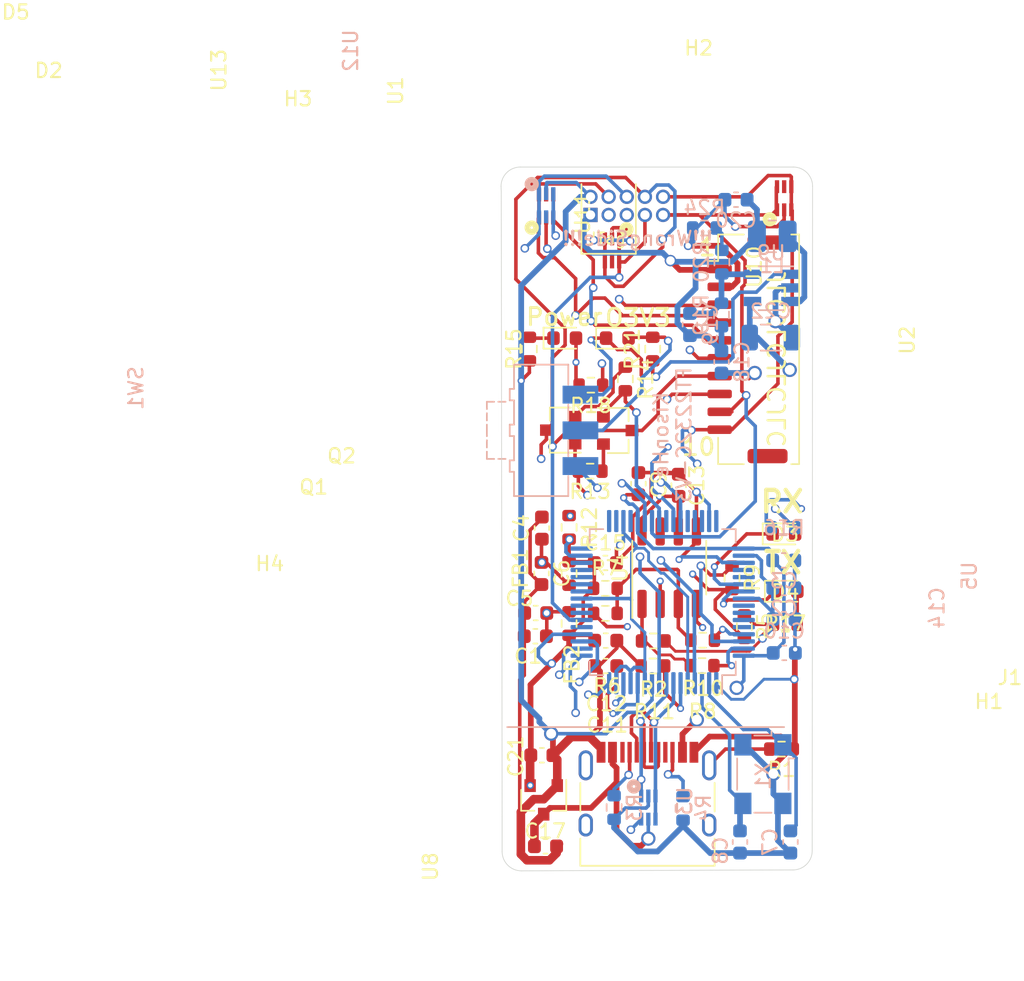
<source format=kicad_pcb>
(kicad_pcb (version 20220621) (generator pcbnew)
  (layers (0 "F.Cu" signal) (1 "In1.Cu" signal) (2 "In2.Cu" signal) (31 "B.Cu" signal) (34 "B.Paste" user) (35 "F.Paste" user) (36 "B.SilkS" user "B.Silkscreen") (37 "F.SilkS" user "F.Silkscreen") (38 "B.Mask" user) (39 "F.Mask" user) (44 "Edge.Cuts" user))
  (net 0 "")
  (net 1 "GND")
  (net 2 "Net-(C1-Pad1)")
  (net 3 "+1V8")
  (net 4 "Net-(C4-Pad1)")
  (net 5 "IO0")
  (net 6 "TDO")
  (net 7 "TCK")
  (net 8 "TMS")
  (net 9 "TDI")
  (net 10 "nTRST")
  (net 11 "+3V3")
  (net 12 "VBUS")
  (net 13 "Net-(J1-PadB8)")
  (net 14 "Net-(J1-PadA5)")
  (net 15 "USB_DN")
  (net 16 "USB_DP")
  (net 17 "Net-(J1-PadA8)")
  (net 18 "Net-(J1-PadB5)")
  (net 19 "Net-(J1-PadS1)")
  (net 20 "Net-(Q1-Pad2)")
  (net 21 "nRTS")
  (net 22 "Net-(Q2-Pad2)")
  (net 23 "nDTR")
  (net 24 "EECS")
  (net 25 "EECLK")
  (net 26 "Net-(R6-Pad2)")
  (net 27 "EEDATA")
  (net 28 "Net-(R8-Pad1)")
  (net 29 "Net-(R9-Pad1)")
  (net 30 "Net-(R10-Pad1)")
  (net 31 "Net-(R11-Pad1)")
  (net 32 "Net-(R12-Pad1)")
  (net 33 "Net-(U4-Pad7)")
  (net 34 "Net-(U5-Pad60)")
  (net 35 "Net-(U5-Pad59)")
  (net 36 "Net-(U5-Pad58)")
  (net 37 "Net-(U5-Pad57)")
  (net 38 "Net-(U5-Pad53)")
  (net 39 "Net-(U5-Pad52)")
  (net 40 "Net-(U5-Pad48)")
  (net 41 "Net-(U5-Pad46)")
  (net 42 "Net-(U5-Pad45)")
  (net 43 "Net-(U5-Pad44)")
  (net 44 "Net-(U5-Pad41)")
  (net 45 "Net-(U5-Pad36)")
  (net 46 "Net-(U5-Pad34)")
  (net 47 "Net-(U5-Pad33)")
  (net 48 "Net-(U5-Pad32)")
  (net 49 "Net-(U5-Pad30)")
  (net 50 "Net-(U5-Pad29)")
  (net 51 "Net-(U5-Pad28)")
  (net 52 "Net-(U5-Pad27)")
  (net 53 "Net-(U5-Pad26)")
  (net 54 "Net-(U5-Pad24)")
  (net 55 "Net-(U5-Pad23)")
  (net 56 "Net-(U5-Pad21)")
  (net 57 "Net-(C7-Pad1)")
  (net 58 "Net-(C8-Pad1)")
  (net 59 "Net-(D2-Pad1)")
  (net 60 "Net-(D3-Pad2)")
  (net 61 "RXLED")
  (net 62 "Net-(D4-Pad2)")
  (net 63 "TXLED")
  (net 64 "3v3OUT")
  (net 65 "Net-(C19-Pad2)")
  (net 66 "Net-(D5-Pad2)")
  (net 67 "Net-(L1-Pad2)")
  (net 68 "Net-(R18-Pad1)")
  (net 69 "Net-(R21-Pad1)")
  (net 70 "Net-(U11-Pad5)")
  (net 71 "Net-(U13-Pad5)")
  (net 72 "Net-(U10-Pad5)")
  (net 73 "Net-(U12-Pad5)")
  (net 74 "2232RX")
  (net 75 "2232TX")
  (net 76 "Net-(R20-Pad1)")
  (footprint "Capacitor_SMD:C_0603_1608Metric" (layer "F.Cu") (at 107.6706 80.8736 180)
    (fp_text reference "C1")
    (fp_text value "4.7uf/25V(10%)")
  )
  (footprint "Capacitor_SMD:C_0603_1608Metric" (layer "F.Cu") (at 108.1278 73.3044 90)
    (fp_text reference "C4")
    (fp_text value "4.7uf/25V(10%)")
  )
  (footprint "Capacitor_SMD:C_0603_1608Metric" (layer "F.Cu") (at 107.696 79.248 180)
    (fp_text reference "C5")
    (fp_text value "0.1uf/25v(10%)")
  )
  (footprint "Capacitor_SMD:C_0603_1608Metric" (layer "F.Cu") (at 108.1024 76.4794 -90)
    (fp_text reference "C6")
    (fp_text value "0.1uf/25v(10%)")
  )
  (footprint "Resistor_SMD:R_0603_1608Metric" (layer "F.Cu") (at 110.0328 76.4794 90)
    (fp_text reference "FB1")
    (fp_text value "1k@100mhz")
  )
  (footprint "Resistor_SMD:R_0603_1608Metric" (layer "F.Cu") (at 110.0328 79.9846 -90)
    (fp_text reference "FB2")
    (fp_text value "1k@100mhz")
  )
  (footprint "MountingHole:MountingHole_2.2mm_M2" (layer "F.Cu") (at 116.333 56.2932)
    (fp_text reference "H2")
    (fp_text value "MountingHole")
  )
  (footprint "MountingHole:MountingHole_2.2mm_M2" (layer "F.Cu") (at 108.833 56.2932)
    (fp_text reference "H3")
    (fp_text value "MountingHole")
  )
  (footprint "Connector_USB:USB_C_Receptacle_HRO_TYPE-C-31-M-12" (layer "F.Cu") (at 115.5192 93.0402)
    (fp_text reference "J1")
    (fp_text value "USB_C_Receptacle_USB2.0")
  )
  (footprint "Package_TO_SOT_SMD:SOT-23" (layer "F.Cu") (at 113.4364 66.4718)
    (fp_text reference "Q1")
    (fp_text value "S8050")
  )
  (footprint "Package_TO_SOT_SMD:SOT-23" (layer "F.Cu") (at 109.4486 66.4464 180)
    (fp_text reference "Q2")
    (fp_text value "S8050")
  )
  (footprint "Resistor_SMD:R_0603_1608Metric" (layer "F.Cu") (at 124.9045 88.773 180)
    (fp_text reference "R1")
    (fp_text value "0")
  )
  (footprint "Resistor_SMD:R_0603_1608Metric" (layer "F.Cu") (at 115.9256 81.2038 180)
    (fp_text reference "R2")
    (fp_text value "10k(1%)")
  )
  (footprint "Resistor_SMD:R_0603_1608Metric" (layer "F.Cu") (at 122.301 80.2005 -90)
    (fp_text reference "R5")
    (fp_text value "10k(1%)")
  )
  (footprint "Resistor_SMD:R_0603_1608Metric" (layer "F.Cu") (at 112.5728 79.2734 180)
    (fp_text reference "R6")
    (fp_text value "2.2k(1%)")
  )
  (footprint "Resistor_SMD:R_0603_1608Metric" (layer "F.Cu") (at 112.5728 77.5208)
    (fp_text reference "R7")
    (fp_text value "10k(1%)")
  )
  (footprint "Resistor_SMD:R_0603_1608Metric" (layer "F.Cu") (at 119.3424 82.931 180)
    (fp_text reference "R8")
    (fp_text value "33R(1%)")
  )
  (footprint "Resistor_SMD:R_0603_1608Metric" (layer "F.Cu") (at 121.4374 76.7842 -90)
    (fp_text reference "R9")
    (fp_text value "33R(1%)")
  )
  (footprint "Resistor_SMD:R_0603_1608Metric" (layer "F.Cu") (at 115.9002 82.9564 180)
    (fp_text reference "R11")
    (fp_text value "12k(1%)")
  )
  (footprint "Resistor_SMD:R_0603_1608Metric" (layer "F.Cu") (at 110.0328 73.2536 -90)
    (fp_text reference "R12")
    (fp_text value "1k(1%)")
  )
  (footprint "Resistor_SMD:R_0603_1608Metric" (layer "F.Cu") (at 111.506 69.3166 180)
    (fp_text reference "R13")
    (fp_text value "100k(1%)")
  )
  (footprint "Resistor_SMD:R_0603_1608Metric" (layer "F.Cu") (at 113.9698 62.865 -90)
    (fp_text reference "R14")
    (fp_text value "100k(1%)")
  )
  (footprint "KisonCommon:jtag1.27-10" (layer "F.Cu") (at 111.5314 51.3842 90)
    (fp_text reference "U1")
    (fp_text value "ESP32FullConnector")
  )
  (footprint "Package_SO:SOP-8_3.76x4.96mm_P1.27mm" (layer "F.Cu") (at 117.0432 76.073 90)
    (fp_text reference "U4")
    (fp_text value "93C56-C173182")
  )
  (footprint "Capacitor_SMD:C_0603_1608Metric" (layer "F.Cu") (at 114.8842 70.1932 90)
    (fp_text reference "C9")
    (fp_text value "0.1uf/25v(10%)")
  )
  (footprint "Capacitor_SMD:C_0603_1608Metric" (layer "F.Cu") (at 112.5982 82.9564 180)
    (fp_text reference "C11")
    (fp_text value "0.1uf/25v(10%)")
  )
  (footprint "Capacitor_SMD:C_0603_1608Metric" (layer "F.Cu") (at 117.7036 70.3072 90)
    (fp_text reference "C13")
    (fp_text value "0.1uf/25v(10%)")
  )
  (footprint "LED_SMD:LED_0603_1608Metric" (layer "F.Cu") (at 109.728 60.0075)
    (fp_text reference "D2")
    (fp_text value "POWERLED-Green")
  )
  (footprint "LED_SMD:LED_0603_1608Metric" (layer "F.Cu") (at 125.0696 73.7108)
    (fp_text reference "D3")
    (fp_text value "BLUELED")
  )
  (footprint "LED_SMD:LED_0603_1608Metric" (layer "F.Cu") (at 125.2221 77.724)
    (fp_text reference "D4")
    (fp_text value "REDLED")
  )
  (footprint "Resistor_SMD:R_0603_1608Metric" (layer "F.Cu") (at 107.2515 60.7695 90)
    (fp_text reference "R15")
    (fp_text value "10k")
  )
  (footprint "Resistor_SMD:R_0603_1608Metric" (layer "F.Cu") (at 125.1712 80.0354)
    (fp_text reference "R17")
    (fp_text value "2.2k")
  )
  (footprint "Capacitor_SMD:C_0603_1608Metric" (layer "F.Cu") (at 108.3818 95.5802 180)
    (fp_text reference "C17")
    (fp_text value "1uf")
  )
  (footprint "Capacitor_SMD:C_0603_1608Metric" (layer "F.Cu") (at 108.1278 89.2048 180)
    (fp_text reference "C21")
    (fp_text value "1uf")
  )
  (footprint "Resistor_SMD:R_0603_1608Metric" (layer "F.Cu") (at 115.8875 60.7695 90)
    (fp_text reference "R21")
    (fp_text value "10k")
  )
  (footprint "Package_TO_SOT_SMD:SOT-23" (layer "F.Cu") (at 108.2548 92.329 -90)
    (fp_text reference "U8")
    (fp_text value "XC6206P332MR")
  )
  (footprint "LED_SMD:LED_0603_1608Metric" (layer "F.Cu") (at 113.411 60.0075)
    (fp_text reference "D5")
    (fp_text value "OUT3V3LED-Yellow")
  )
  (footprint "Resistor_SMD:R_0603_1608Metric" (layer "F.Cu") (at 111.5568 63.2968 180)
    (fp_text reference "R18")
    (fp_text value "1k")
  )
  (footprint "KisonCommon:USBLC6-2P6-SOT666" (layer "F.Cu") (at 128.143 50.673 -90)
    (fp_text reference "U10")
    (fp_text value "USBLC6-2SC6-Power_Protection")
  )
  (footprint "KisonCommon:USBLC6-2P6-SOT666" (layer "F.Cu") (at 109.982 53.4035 90)
    (fp_text reference "U13")
    (fp_text value "USBLC6-2SC6-Power_Protection")
  )
  (footprint "Capacitor_SMD:C_0603_1608Metric" (layer "F.Cu") (at 112.5728 75.7428)
    (fp_text reference "C15")
    (fp_text value "0.1uf/25v(10%)")
  )
  (footprint "Capacitor_SMD:C_0603_1608Metric" (layer "F.Cu") (at 112.5982 81.1784)
    (fp_text reference "C12")
    (fp_text value "0.1uf/25v(10%)")
  )
  (footprint "MountingHole:MountingHole_2.2mm_M2" (layer "F.Cu") (at 108.833 85.2932)
    (fp_text reference "H4")
    (fp_text value "MountingHole")
  )
  (footprint "MountingHole:MountingHole_2.2mm_M2" (layer "F.Cu") (at 124.333 85.2932)
    (fp_text reference "H1")
    (fp_text value "MountingHole")
  )
  (footprint "Resistor_SMD:R_0603_1608Metric" (layer "F.Cu") (at 119.38 81.153 180)
    (fp_text reference "R10")
    (fp_text value "33R(1%)")
  )
  (footprint "Connector_Molex:Molex_CLIK-Mate_502382-1070_1x10-1MP_P1.25mm_Vertical" (layer "F.Cu") (at 122.5238 60.7896 -90)
    (fp_text reference "U2")
    (fp_text value "ESP32FullConnector")
  )
  (footprint "KisonCommon:USBLC6-2P6-SOT666" (layer "F.Cu") (at 111.4806 51.2572 -90)
    (fp_text reference "U11")
    (fp_text value "USBLC6-2SC6-Power_Protection")
  )
  (footprint "Resistor_SMD:R_0603_1608Metric" (layer "B.Cu") (at 113.1824 92.8624 90)
    (fp_text reference "R3")
    (fp_text value "5.1k")
  )
  (footprint "Resistor_SMD:R_0603_1608Metric" (layer "B.Cu") (at 118.0084 92.9259 90)
    (fp_text reference "R4")
    (fp_text value "5.1k")
  )
  (footprint "KisonCommon:USBLC6-2P6-SOT666" (layer "B.Cu") (at 118.634 92.4052 90)
    (fp_text reference "U3")
    (fp_text value "USBLC6-2SC6-Power_Protection")
  )
  (footprint "Package_QFP:LQFP-64_10x10mm_P0.5mm" (layer "B.Cu") (at 116.586 78.486 90)
    (fp_text reference "U5")
    (fp_text value "FT2232HL")
  )
  (footprint "Capacitor_SMD:C_0603_1608Metric" (layer "B.Cu") (at 125.5268 95.2754 -90)
    (fp_text reference "C7")
    (fp_text value "20pf")
  )
  (footprint "Capacitor_SMD:C_0603_1608Metric" (layer "B.Cu") (at 121.9962 95.2754 -90)
    (fp_text reference "C8")
    (fp_text value "20pf")
  )
  (footprint "Capacitor_SMD:C_0603_1608Metric" (layer "B.Cu") (at 125.095 82.042)
    (fp_text reference "C10")
    (fp_text value "0.1uf/25v(10%)")
  )
  (footprint "Capacitor_SMD:C_0603_1608Metric" (layer "B.Cu") (at 125.0696 79.6798)
    (fp_text reference "C14")
    (fp_text value "0.1uf/25v(10%)")
  )
  (footprint "Resistor_SMD:R_0603_1608Metric" (layer "B.Cu") (at 125.0188 73.279)
    (fp_text reference "R16")
    (fp_text value "2.2k")
  )
  (footprint "Button_Switch_SMD:SW_SPDT_CK-JS102011SAQN" (layer "B.Cu") (at 108.077 66.461 90)
    (fp_text reference "SW1")
    (fp_text value "SW_SPDT")
  )
  (footprint "Capacitor_SMD:C_0603_1608Metric" (layer "B.Cu") (at 120.7008 61.6712 90)
    (fp_text reference "C18")
    (fp_text value "22uf")
  )
  (footprint "Capacitor_SMD:C_0603_1608Metric" (layer "B.Cu") (at 118.491 59.055 90)
    (fp_text reference "C19")
    (fp_text value "22pf")
  )
  (footprint "Capacitor_SMD:C_0603_1608Metric" (layer "B.Cu") (at 121.7168 50.3174)
    (fp_text reference "C20")
    (fp_text value "22uf")
  )
  (footprint "Capacitor_SMD:C_1206_3216Metric" (layer "B.Cu") (at 124.1552 59.9694 180)
    (fp_text reference "C22")
    (fp_text value "22uf/6.3v")
  )
  (footprint "Inductor_SMD:L_1008_2520Metric" (layer "B.Cu") (at 124.2568 52.8828)
    (fp_text reference "L1")
    (fp_text value "2.2uh")
  )
  (footprint "Package_TO_SOT_SMD:TSOT-23-5" (layer "B.Cu") (at 124.1806 56.4896 180)
    (fp_text reference "U9")
    (fp_text value "SY8089AAAC")
  )
  (footprint "Resistor_SMD:R_0603_1608Metric" (layer "B.Cu") (at 120.7008 58.3824 -90)
    (fp_text reference "R19")
    (fp_text value "100k")
  )
  (footprint "Resistor_SMD:R_0603_1608Metric" (layer "B.Cu") (at 120.7262 54.6862 -90)
    (fp_text reference "R20")
    (fp_text value "22k")
  )
  (footprint "KisonCommon:USBLC6-2P6-SOT666" (layer "B.Cu") (at 111.4806 50.2412 90)
    (fp_text reference "U12")
    (fp_text value "USBLC6-2SC6-Power_Protection")
  )
  (footprint "Capacitor_SMD:C_0603_1608Metric" (layer "B.Cu") (at 125.0572 75.565)
    (fp_text reference "C3")
    (fp_text value "4.7uf/25V(10%)")
  )
  (footprint "Capacitor_SMD:C_0603_1608Metric" (layer "B.Cu") (at 125.0696 77.4954)
    (fp_text reference "C2")
    (fp_text value "4.7uf/25V(10%)")
  )
  (footprint "Resistor_SMD:R_0603_1608Metric" (layer "B.Cu") (at 119.507 52.2986 180)
    (fp_text reference "R24")
    (fp_text value "0")
  )
  (footprint "Oscillator:Oscillator_SMD_Fordahl_DFAS15-4Pin_5.0x3.2mm" (layer "B.Cu") (at 123.5964 90.5256 -90)
    (fp_text reference "X1")
    (fp_text value "ASCO")
  )
  (gr_line (start 105.7046 87.2312) (end 125.0848 87.2312) (stroke (width 0.12)) (layer "B.SilkS"))
  (gr_line (start 105.3465 93.472) (end 105.283 49.7205) (stroke (width 0.05)) (layer "Edge.Cuts"))
  (gr_line (start 105.2703 49.3776) (end 105.283 49.7205) (stroke (width 0.05)) (layer "Edge.Cuts"))
  (gr_arc (start 106.6927 97.2947) (mid 105.740793 96.900407) (end 105.3465 95.9485) (stroke (width 0.05)) (layer "Edge.Cuts"))
  (gr_line (start 105.3465 93.472) (end 105.3465 95.9485) (stroke (width 0.05)) (layer "Edge.Cuts"))
  (gr_arc (start 105.2703 49.3776) (mid 105.664593 48.425693) (end 106.6165 48.0314) (stroke (width 0.05)) (layer "Edge.Cuts"))
  (gr_line (start 106.6165 48.0314) (end 125.73 48.0314) (stroke (width 0.05)) (layer "Edge.Cuts"))
  (gr_arc (start 127.0508 95.885) (mid 126.656507 96.836907) (end 125.7046 97.2312) (stroke (width 0.05)) (layer "Edge.Cuts"))
  (gr_arc (start 125.73 48.0314) (mid 126.681907 48.425693) (end 127.0762 49.3776) (stroke (width 0.05)) (layer "Edge.Cuts"))
  (gr_line (start 125.7046 97.2312) (end 106.6927 97.2947) (stroke (width 0.05)) (layer "Edge.Cuts"))
  (gr_line (start 127.0762 49.3776) (end 127.0508 95.885) (stroke (width 0.05)) (layer "Edge.Cuts"))
  (gr_text "KisonHe\nFT2232C-V3" (at 117.2718 66.7766 90) (layer "B.SilkS") (effects (font (size 1 1)) (justify mirror)))
  (gr_text "RX" (at 124.9426 71.4502) (layer "F.SilkS") (effects (font (size 1.5 1.5) (thickness 0.3))))
  (gr_text "O3V3" (at 114.8588 58.5724) (layer "F.SilkS") (effects (font (size 1.2 1.2) (thickness 0.2))))
  (gr_text "JLCJLCJLCJLC" (at 124.587 61.468 90) (layer "F.SilkS") (effects (font (size 1.2 1.2) (thickness 0.17)) (justify mirror)))
  (gr_text "TX" (at 124.9934 75.7174) (layer "F.SilkS") (effects (font (size 1.5 1.5) (thickness 0.3))))
  (gr_text "Power" (at 109.7026 58.5216) (layer "F.SilkS") (effects (font (size 1.2 1.2) (thickness 0.2))))
  (gr_text "1" (at 119.7102 53.6448) (layer "F.SilkS") (effects (font (size 1.2 1.2) (thickness 0.2))))
  (gr_text "10" (at 119.1006 67.6148) (layer "F.SilkS") (effects (font (size 1.2 1.2) (thickness 0.2))))
  (segment (start 118.9482 70.7768) (end 118.9482 70.7768) (width 0.25) (layer "F.Cu") (net 1))
  (segment (start 118.364 53.5432) (end 118.364 53.5432) (width 0.4) (layer "F.Cu") (net 1))
  (segment (start 124.333 90.5002) (end 124.333 90.5002) (width 0.4) (layer "F.Cu") (net 1))
  (segment (start 121.666 52.197) (end 121.666 52.197) (width 0.25) (layer "F.Cu") (net 1))
  (segment (start 113.3478 75.7428) (end 113.3478 74.7646) (width 0.25) (layer "F.Cu") (net 1))
  (segment (start 114.48819 72.508566) (end 115.253546 71.74321) (width 0.25) (layer "F.Cu") (net 1))
  (segment (start 107.08149 96.55521) (end 106.65679 96.13051) (width 0.6) (layer "F.Cu") (net 1))
  (segment (start 125.5014 88.773) (end 124.333 89.9414) (width 0.4) (layer "F.Cu") (net 1))
  (segment (start 107.554797 92.279001) (end 108.254799 92.279001) (width 0.6) (layer "F.Cu") (net 1))
  (segment (start 106.921 79.248) (end 106.921 78.4358) (width 0.25) (layer "F.Cu") (net 1))
  (segment (start 124.85449 87.89799) (end 125.7295 88.773) (width 0.4) (layer "F.Cu") (net 1))
  (segment (start 113.948001 52.278499) (end 114.3 52.630498) (width 0.25) (layer "F.Cu") (net 1))
  (segment (start 124.333 89.9414) (end 124.333 90.5002) (width 0.4) (layer "F.Cu") (net 1))
  (segment (start 114.8842 69.4182) (end 117.5896 69.4182) (width 0.25) (layer "F.Cu") (net 1))
  (segment (start 115.253546 71.74321) (end 115.362024 71.74321) (width 0.25) (layer "F.Cu") (net 1))
  (segment (start 113.42351 60.80751) (end 114.40151 60.80751) (width 0.25) (layer "F.Cu") (net 1))
  (segment (start 107.30239 76.45439) (end 108.1024 77.2544) (width 0.25) (layer "F.Cu") (net 1))
  (segment (start 106.921 78.4358) (end 108.1024 77.2544) (width 0.25) (layer "F.Cu") (net 1))
  (segment (start 115.08749 61.49349) (end 115.08749 62.608992) (width 0.25) (layer "F.Cu") (net 1))
  (segment (start 113.3478 75.6917) (end 114.48819 74.55131) (width 0.25) (layer "F.Cu") (net 1))
  (segment (start 125.087 51.023) (end 125.087 51.708002) (width 0.25) (layer "F.Cu") (net 1))
  (segment (start 109.321999 95.415001) (end 109.1568 95.5802) (width 0.6) (layer "F.Cu") (net 1))
  (segment (start 109.1568 96.0552) (end 108.65679 96.55521) (width 0.6) (layer "F.Cu") (net 1))
  (segment (start 115.782699 71.322535) (end 115.782699 69.855299) (width 0.25) (layer "F.Cu") (net 1))
  (segment (start 115.782699 69.855299) (end 116.158999 69.478999) (width 0.25) (layer "F.Cu") (net 1))
  (segment (start 114.40151 60.80751) (end 115.08749 61.49349) (width 0.25) (layer "F.Cu") (net 1))
  (segment (start 112.19359 83.32679) (end 112.19359 87.21659) (width 0.4) (layer "F.Cu") (net 1))
  (segment (start 110.17921 87.92839) (end 108.9028 89.2048) (width 0.6) (layer "F.Cu") (net 1))
  (segment (start 108.9028 89.2048) (end 108.9028 87.8208) (width 0.4) (layer "F.Cu") (net 1))
  (segment (start 121.82381 54.786776) (end 120.580234 53.5432) (width 0.4) (layer "F.Cu") (net 1))
  (segment (start 111.8232 82.9564) (end 112.19359 83.32679) (width 0.4) (layer "F.Cu") (net 1))
  (segment (start 106.65679 93.177008) (end 107.554797 92.279001) (width 0.6) (layer "F.Cu") (net 1))
  (segment (start 109.2048 89.5068) (end 108.9028 89.2048) (width 0.6) (layer "F.Cu") (net 1))
  (segment (start 113.3478 75.7428) (end 113.3478 75.6917) (width 0.25) (layer "F.Cu") (net 1))
  (segment (start 116.158999 69.478999) (end 117.650399 69.478999) (width 0.25) (layer "F.Cu") (net 1))
  (segment (start 125.7295 88.773) (end 125.833001 88.669499) (width 0.4) (layer "F.Cu") (net 1))
  (segment (start 112.1168 88.5634) (end 111.48179 87.92839) (width 0.6) (layer "F.Cu") (net 1))
  (segment (start 111.8232 82.9564) (end 112.120366 82.9564) (width 0.25) (layer "F.Cu") (net 1))
  (segment (start 109.1568 95.5802) (end 109.1568 96.0552) (width 0.6) (layer "F.Cu") (net 1))
  (segment (start 113.127999 52.278499) (end 113.948001 52.278499) (width 0.25) (layer "F.Cu") (net 1))
  (segment (start 120.5738 56.4146) (end 121.4238 56.4146) (width 0.4) (layer "F.Cu") (net 1))
  (segment (start 107.2515 62.4205) (end 106.68 62.992) (width 0.25) (layer "F.Cu") (net 1))
  (segment (start 109.2048 91.329) (end 109.2048 89.5068) (width 0.6) (layer "F.Cu") (net 1))
  (segment (start 111.6965 60.0075) (end 111.5695 60.1345) (width 0.25) (layer "F.Cu") (net 1))
  (segment (start 108.9028 87.8208) (end 108.7755 87.6935) (width 0.4) (layer "F.Cu") (net 1))
  (segment (start 118.9482 73.5355) (end 118.9482 70.7768) (width 0.25) (layer "F.Cu") (net 1))
  (segment (start 113.3732 81.2544) (end 115.0752 82.9564) (width 0.25) (layer "F.Cu") (net 1))
  (segment (start 108.4246 51.6072) (end 108.4246 53.6622) (width 0.25) (layer "F.Cu") (net 1))
  (segment (start 108.1278 72.5294) (end 108.2164 72.5294) (width 0.25) (layer "F.Cu") (net 1))
  (segment (start 121.82381 56.01459) (end 121.82381 54.786776) (width 0.4) (layer "F.Cu") (net 1))
  (segment (start 108.4246 53.6622) (end 108.5088 53.7464) (width 0.25) (layer "F.Cu") (net 1))
  (segment (start 108.65679 96.55521) (end 107.08149 96.55521) (width 0.6) (layer "F.Cu") (net 1))
  (segment (start 125.087 51.708002) (end 124.598002 52.197) (width 0.25) (layer "F.Cu") (net 1))
  (segment (start 107.30239 73.44341) (end 107.30239 76.45439) (width 0.25) (layer "F.Cu") (net 1))
  (segment (start 112.120366 82.9564) (end 113.3732 81.703566) (width 0.25) (layer "F.Cu") (net 1))
  (segment (start 113.038 52.368498) (end 113.127999 52.278499) (width 0.25) (layer "F.Cu") (net 1))
  (segment (start 124.598002 52.197) (end 121.666 52.197) (width 0.25) (layer "F.Cu") (net 1))
  (segment (start 112.6235 60.0075) (end 113.42351 60.80751) (width 0.25) (layer "F.Cu") (net 1))
  (segment (start 114.3 52.630498) (end 114.3 53.213) (width 0.25) (layer "F.Cu") (net 1))
  (segment (start 108.254799 92.279001) (end 109.2048 91.329) (width 0.6) (layer "F.Cu") (net 1))
  (segment (start 107.2515 61.5945) (end 107.2515 62.4205) (width 0.25) (layer "F.Cu") (net 1))
  (segment (start 115.362024 71.74321) (end 115.782699 71.322535) (width 0.25) (layer "F.Cu") (net 1))
  (segment (start 117.5896 69.4182) (end 117.7036 69.5322) (width 0.25) (layer "F.Cu") (net 1))
  (segment (start 118.9482 70.7768) (end 117.7036 69.5322) (width 0.25) (layer "F.Cu") (net 1))
  (segment (start 121.4238 56.4146) (end 121.82381 56.01459) (width 0.4) (layer "F.Cu") (net 1))
  (segment (start 118.7692 88.9952) (end 119.86641 87.89799) (width 0.4) (layer "F.Cu") (net 1))
  (segment (start 106.8956 80.8736) (end 106.8956 79.2734) (width 0.25) (layer "F.Cu") (net 1))
  (segment (start 125.833001 88.669499) (end 125.833001 81.891001) (width 0.4) (layer "F.Cu") (net 1))
  (segment (start 112.19359 87.21659) (end 111.48179 87.92839) (width 0.4) (layer "F.Cu") (net 1))
  (segment (start 106.8956 80.8736) (end 106.8956 83.6044) (width 0.25) (layer "F.Cu") (net 1))
  (segment (start 118.9482 73.5355) (end 118.9482 74.2823) (width 0.25) (layer "F.Cu") (net 1))
  (segment (start 122.6264 62.845) (end 123.0252 62.4462) (width 0.25) (layer "F.Cu") (net 1))
  (segment (start 108.2164 72.5294) (end 107.30239 73.44341) (width 0.25) (layer "F.Cu") (net 1))
  (segment (start 111.48179 87.92839) (end 110.17921 87.92839) (width 0.6) (layer "F.Cu") (net 1))
  (segment (start 106.8956 83.6044) (end 106.57779 83.92221) (width 0.25) (layer "F.Cu") (net 1))
  (segment (start 106.8956 79.2734) (end 106.921 79.248) (width 0.25) (layer "F.Cu") (net 1))
  (segment (start 117.650399 69.478999) (end 117.7036 69.5322) (width 0.25) (layer "F.Cu") (net 1))
  (segment (start 106.57779 93.098008) (end 106.65679 93.177008) (width 0.25) (layer "F.Cu") (net 1))
  (segment (start 119.86641 87.89799) (end 124.85449 87.89799) (width 0.4) (layer "F.Cu") (net 1))
  (segment (start 120.580234 53.5432) (end 118.364 53.5432) (width 0.4) (layer "F.Cu") (net 1))
  (segment (start 125.7295 88.773) (end 125.5014 88.773) (width 0.4) (layer "F.Cu") (net 1))
  (segment (start 115.0752 82.9564) (end 115.319501 83.200701) (width 0.25) (layer "F.Cu") (net 1))
  (segment (start 106.57779 83.92221) (end 106.57779 93.098008) (width 0.25) (layer "F.Cu") (net 1))
  (segment (start 113.3732 81.1784) (end 113.3732 81.2544) (width 0.25) (layer "F.Cu") (net 1))
  (segment (start 113.3732 81.703566) (end 113.3732 81.1784) (width 0.25) (layer "F.Cu") (net 1))
  (segment (start 113.038 53.0535) (end 113.038 52.368498) (width 0.25) (layer "F.Cu") (net 1))
  (segment (start 113.3478 74.7646) (end 113.6142 74.4982) (width 0.25) (layer "F.Cu") (net 1))
  (segment (start 112.6235 60.0075) (end 111.6965 60.0075) (width 0.25) (layer "F.Cu") (net 1))
  (segment (start 114.48819 74.55131) (end 114.48819 72.508566) (width 0.25) (layer "F.Cu") (net 1))
  (segment (start 106.65679 96.13051) (end 106.65679 93.177008) (width 0.6) (layer "F.Cu") (net 1))
  (segment (start 118.9482 74.2823) (end 117.729 75.5015) (width 0.25) (layer "F.Cu") (net 1))
  (via (at 111.5695 60.1345) (size 0.5) (drill 0.3) (layers "F.Cu" "B.Cu") (net 1))
  (via (at 118.364 53.5432) (size 0.6) (drill 0.4) (layers "F.Cu" "B.Cu") (net 1))
  (via (at 124.333 90.5002) (size 1) (drill 0.7) (layers "F.Cu" "B.Cu") (net 1))
  (via (at 118.9482 70.7768) (size 0.6) (drill 0.4) (layers "F.Cu" "B.Cu") (net 1))
  (via (at 125.7935 83.8835) (size 0.6) (drill 0.4) (layers "F.Cu" "B.Cu") (net 1))
  (via (at 108.5088 53.7464) (size 0.6) (drill 0.4) (layers "F.Cu" "B.Cu") (net 1))
  (via (at 121.666 52.197) (size 0.6) (drill 0.4) (layers "F.Cu" "B.Cu") (net 1))
  (via (at 111.76 53.1495) (size 0.6) (drill 0.4) (layers "F.Cu" "B.Cu") (net 1))
  (via (at 113.6142 74.4982) (size 0.6) (drill 0.4) (layers "F.Cu" "B.Cu") (net 1))
  (via (at 106.68 62.992) (size 0.5) (drill 0.3) (layers "F.Cu" "B.Cu") (net 1))
  (via (at 117.729 75.5015) (size 0.5) (drill 0.3) (layers "F.Cu" "B.Cu") (net 1))
  (via (at 114.3 53.213) (size 0.6) (drill 0.4) (layers "F.Cu" "B.Cu") (net 1))
  (via (at 123.0252 62.4462) (size 1) (drill 0.7) (layers "F.Cu" "B.Cu") (net 1))
  (via (at 108.7755 87.6935) (size 1) (drill 0.7) (layers "F.Cu" "B.Cu") (net 1))
  (via (at 125.857 81.788) (size 0.5) (drill 0.3) (layers "F.Cu" "B.Cu") (net 1))
  (via (at 124.480599 58.819799) (size 1) (drill 0.7) (layers "F.Cu" "B.Cu") (net 1))
  (segment (start 117.729 75.5015) (end 117.729 75.5015) (width 0.25) (layer "B.Cu") (net 1))
  (segment (start 111.76 53.1495) (end 111.76 53.1495) (width 0.25) (layer "B.Cu") (net 1))
  (segment (start 123.0252 62.4462) (end 123.0252 62.4462) (width 0.4) (layer "B.Cu") (net 1))
  (segment (start 124.480599 58.819799) (end 124.480599 56.794599) (width 0.4) (layer "B.Cu") (net 1))
  (segment (start 111.5695 60.1345) (end 111.5695 60.1345) (width 0.25) (layer "B.Cu") (net 1))
  (segment (start 108.7755 87.6935) (end 108.7755 87.6935) (width 0.4) (layer "B.Cu") (net 1))
  (segment (start 106.68 62.992) (end 106.68 85.360202) (width 0.4) (layer "B.Cu") (net 1))
  (segment (start 125.7935 83.8835) (end 125.857 83.8835) (width 0.2) (layer "B.Cu") (net 1))
  (segment (start 113.6142 74.4982) (end 113.6142 74.4982) (width 0.25) (layer "B.Cu") (net 1))
  (segment (start 108.61675 54.38775) (end 106.68 56.3245) (width 0.4) (layer "B.Cu") (net 1))
  (segment (start 114.336 84.161) (end 114.336 83.320298) (width 0.25) (layer "B.Cu") (net 1))
  (segment (start 113.836 72.811) (end 113.836 73.651702) (width 0.25) (layer "B.Cu") (net 1))
  (segment (start 107.95 86.868) (end 108.7755 87.6935) (width 0.4) (layer "B.Cu") (net 1))
  (segment (start 112.956501 63.399499) (end 112.956501 61.521501) (width 0.25) (layer "B.Cu") (net 1))
  (segment (start 116.462299 76.462799) (end 115.598501 75.599001) (width 0.2) (layer "B.Cu") (net 1))
  (segment (start 112.631614 87.6935) (end 108.7755 87.6935) (width 0.25) (layer "B.Cu") (net 1))
  (segment (start 113.836 72.811) (end 113.836 74.2764) (width 0.25) (layer "B.Cu") (net 1))
  (segment (start 118.682 52.2986) (end 118.682 53.2252) (width 0.4) (layer "B.Cu") (net 1))
  (segment (start 114.2365 53.1495) (end 114.3 53.213) (width 0.25) (layer "B.Cu") (net 1))
  (segment (start 120.7008 62.4462) (end 123.0252 62.4462) (width 0.4) (layer "B.Cu") (net 1))
  (segment (start 115.336 80.612998) (end 115.336 84.161) (width 0.2) (layer "B.Cu") (net 1))
  (segment (start 120.7008 62.4462) (end 121.1758 62.4462) (width 0.25) (layer "B.Cu") (net 1))
  (segment (start 114.336 83.320298) (end 114.595308 83.06099) (width 0.25) (layer "B.Cu") (net 1))
  (segment (start 114.304 78.236) (end 114.398499 78.330499) (width 0.25) (layer "B.Cu") (net 1))
  (segment (start 113.336 83.320298) (end 113.661798 82.9945) (width 0.25) (layer "B.Cu") (net 1))
  (segment (start 107.95 86.630202) (end 107.95 86.868) (width 0.4) (layer "B.Cu") (net 1))
  (segment (start 114.398499 78.330499) (end 114.398499 79.675497) (width 0.2) (layer "B.Cu") (net 1))
  (segment (start 115.418003 92.900199) (end 113.969601 92.900199) (width 0.25) (layer "B.Cu") (net 1))
  (segment (start 110.911 78.236) (end 114.304 78.236) (width 0.25) (layer "B.Cu") (net 1))
  (segment (start 120.336 84.245502) (end 121.377249 85.286751) (width 0.2) (layer "B.Cu") (net 1))
  (segment (start 118.682 52.2986) (end 118.9606 52.2986) (width 0.25) (layer "B.Cu") (net 1))
  (segment (start 114.010202 82.9945) (end 114.336 83.320298) (width 0.25) (layer "B.Cu") (net 1))
  (segment (start 118.0084 93.7509) (end 118.0084 94.1509) (width 0.4) (layer "B.Cu") (net 1))
  (segment (start 125.6302 59.9694) (end 125.4004 59.9694) (width 0.4) (layer "B.Cu") (net 1))
  (segment (start 114.963101 86.204899) (end 114.120215 86.204899) (width 0.25) (layer "B.Cu") (net 1))
  (segment (start 110.824294 50.1142) (end 109.793001 51.145493) (width 0.4) (layer "B.Cu") (net 1))
  (segment (start 108.78185 54.01945) (end 108.5088 53.7464) (width 0.25) (layer "B.Cu") (net 1))
  (segment (start 123.670698 83.8835) (end 125.7935 83.8835) (width 0.2) (layer "B.Cu") (net 1))
  (segment (start 119.836 71.6646) (end 118.9482 70.7768) (width 0.25) (layer "B.Cu") (net 1))
  (segment (start 113.969601 92.900199) (end 113.1824 93.6874) (width 0.25) (layer "B.Cu") (net 1))
  (segment (start 106.68 85.360202) (end 107.95 86.630202) (width 0.4) (layer "B.Cu") (net 1))
  (segment (start 125.5268 96.0504) (end 124.65179 95.17539) (width 0.4) (layer "B.Cu") (net 1))
  (segment (start 119.836 72.811) (end 119.836 71.6646) (width 0.25) (layer "B.Cu") (net 1))
  (segment (start 114.710499 74.710999) (end 114.398499 75.022999) (width 0.2) (layer "B.Cu") (net 1))
  (segment (start 125.8192 75.4888) (end 125.8192 77.47) (width 0.25) (layer "B.Cu") (net 1))
  (segment (start 110.533399 49.116199) (end 111.5314 50.1142) (width 0.25) (layer "B.Cu") (net 1))
  (segment (start 119.9079 96.0504) (end 121.9962 96.0504) (width 0.4) (layer "B.Cu") (net 1))
  (segment (start 125.8192 77.47) (end 125.8446 77.4954) (width 0.25) (layer "B.Cu") (net 1))
  (segment (start 124.65179 92.92021) (end 124.9964 92.5756) (width 0.4) (layer "B.Cu") (net 1))
  (segment (start 112.956501 61.521501) (end 111.5695 60.1345) (width 0.25) (layer "B.Cu") (net 1))
  (segment (start 122.25651 75.71101) (end 120.758012 75.71101) (width 0.25) (layer "B.Cu") (net 1))
  (segment (start 113.336 84.161) (end 113.336 83.320298) (width 0.25) (layer "B.Cu") (net 1))
  (segment (start 108.464608 49.142392) (end 108.490801 49.116199) (width 0.25) (layer "B.Cu") (net 1))
  (segment (start 106.68 56.3245) (end 106.68 62.992) (width 0.4) (layer "B.Cu") (net 1))
  (segment (start 122.267447 85.286751) (end 123.670698 83.8835) (width 0.2) (layer "B.Cu") (net 1))
  (segment (start 125.8192 75.4888) (end 125.8192 75.6028) (width 0.25) (layer "B.Cu") (net 1))
  (segment (start 108.78185 54.22265) (end 108.61675 54.38775) (width 0.4) (layer "B.Cu") (net 1))
  (segment (start 120.336 84.161) (end 120.336 84.245502) (width 0.2) (layer "B.Cu") (net 1))
  (segment (start 125.6302 59.9694) (end 124.480599 58.819799) (width 0.4) (layer "B.Cu") (net 1))
  (segment (start 115.598501 75.599001) (end 115.598501 75.022999) (width 0.2) (layer "B.Cu") (net 1))
  (segment (start 115.836 85.332) (end 114.963101 86.204899) (width 0.25) (layer "B.Cu") (net 1))
  (segment (start 108.4246 49.8912) (end 108.4246 49.342608) (width 0.25) (layer "B.Cu") (net 1))
  (segment (start 115.336 83.320298) (end 115.336 84.161) (width 0.25) (layer "B.Cu") (net 1))
  (segment (start 109.793001 51.145493) (end 109.793001 53.211499) (width 0.4) (layer "B.Cu") (net 1))
  (segment (start 120.9418 50.3174) (end 120.9418 51.4728) (width 0.25) (layer "B.Cu") (net 1))
  (segment (start 115.578 92.740202) (end 115.418003 92.900199) (width 0.25) (layer "B.Cu") (net 1))
  (segment (start 115.598501 75.022999) (end 115.286501 74.710999) (width 0.2) (layer "B.Cu") (net 1))
  (segment (start 111.76 53.1495) (end 114.2365 53.1495) (width 0.25) (layer "B.Cu") (net 1))
  (segment (start 111.5314 50.1142) (end 110.824294 50.1142) (width 0.4) (layer "B.Cu") (net 1))
  (segment (start 113.836 73.651702) (end 114.710499 74.526201) (width 0.25) (layer "B.Cu") (net 1))
  (segment (start 121.9962 96.0504) (end 125.5268 96.0504) (width 0.4) (layer "B.Cu") (net 1))
  (segment (start 118.336 84.161) (end 118.38599 84.161) (width 0.2) (layer "B.Cu") (net 1))
  (segment (start 117.909501 75.320999) (end 117.729 75.5015) (width 0.25) (layer "B.Cu") (net 1))
  (segment (start 114.398499 75.022999) (end 114.398499 78.330499) (width 0.2) (layer "B.Cu") (net 1))
  (segment (start 124.480599 56.794599) (end 124.785598 56.4896) (width 0.4) (layer "B.Cu") (net 1))
  (segment (start 122.261 75.736) (end 122.261 75.7155) (width 0.25) (layer "B.Cu") (net 1))
  (segment (start 122.261 75.7155) (end 122.25651 75.71101) (width 0.25) (layer "B.Cu") (net 1))
  (segment (start 114.120215 86.204899) (end 112.631614 87.6935) (width 0.25) (layer "B.Cu") (net 1))
  (segment (start 124.480599 58.819799) (end 124.480599 58.819799) (width 0.4) (layer "B.Cu") (net 1))
  (segment (start 114.398499 79.675497) (end 115.336 80.612998) (width 0.2) (layer "B.Cu") (net 1))
  (segment (start 108.464608 49.3026) (end 108.464608 49.142392) (width 0.25) (layer "B.Cu") (net 1))
  (segment (start 118.0084 94.1509) (end 116.220499 95.938801) (width 0.4) (layer "B.Cu") (net 1))
  (segment (start 112.395 63.961) (end 110.827 63.961) (width 0.25) (layer "B.Cu") (net 1))
  (segment (start 118.682 53.2252) (end 118.364 53.5432) (width 0.4) (layer "B.Cu") (net 1))
  (segment (start 115.578 92.0552) (end 115.578 92.740202) (width 0.25) (layer "B.Cu") (net 1))
  (segment (start 113.661798 82.9945) (end 114.010202 82.9945) (width 0.25) (layer "B.Cu") (net 1))
  (segment (start 114.841799 95.938801) (end 113.1824 94.279402) (width 0.4) (layer "B.Cu") (net 1))
  (segment (start 120.758012 75.71101) (end 120.368001 75.320999) (width 0.25) (layer "B.Cu") (net 1))
  (segment (start 124.65179 95.17539) (end 124.65179 92.92021) (width 0.4) (layer "B.Cu") (net 1))
  (segment (start 113.836 74.2764) (end 113.6142 74.4982) (width 0.25) (layer "B.Cu") (net 1))
  (segment (start 113.1824 94.279402) (end 113.1824 93.6874) (width 0.4) (layer "B.Cu") (net 1))
  (segment (start 120.9418 51.4728) (end 121.666 52.197) (width 0.25) (layer "B.Cu") (net 1))
  (segment (start 120.368001 75.320999) (end 117.909501 75.320999) (width 0.25) (layer "B.Cu") (net 1))
  (segment (start 115.836 84.161) (end 115.836 85.332) (width 0.25) (layer "B.Cu") (net 1))
  (segment (start 116.220499 95.938801) (end 114.841799 95.938801) (width 0.4) (layer "B.Cu") (net 1))
  (segment (start 124.333 90.5002) (end 124.333 91.9122) (width 0.4) (layer "B.Cu") (net 1))
  (segment (start 118.336 78.126598) (end 116.672201 76.462799) (width 0.2) (layer "B.Cu") (net 1))
  (segment (start 115.286501 74.710999) (end 114.710499 74.710999) (width 0.2) (layer "B.Cu") (net 1))
  (segment (start 115.836 84.161) (end 115.336 84.161) (width 0.25) (layer "B.Cu") (net 1))
  (segment (start 112.395 63.961) (end 112.956501 63.399499) (width 0.25) (layer "B.Cu") (net 1))
  (segment (start 114.710499 74.526201) (end 114.710499 74.710999) (width 0.25) (layer "B.Cu") (net 1))
  (segment (start 124.333 91.9122) (end 124.9964 92.5756) (width 0.4) (layer "B.Cu") (net 1))
  (segment (start 125.8446 79.6798) (end 125.8446 81.7118) (width 0.25) (layer "B.Cu") (net 1))
  (segment (start 125.8446 77.4954) (end 125.8446 79.6798) (width 0.25) (layer "B.Cu") (net 1))
  (segment (start 108.78185 54.22265) (end 108.78185 54.01945) (width 0.25) (layer "B.Cu") (net 1))
  (segment (start 118.9606 52.2986) (end 120.9418 50.3174) (width 0.25) (layer "B.Cu") (net 1))
  (segment (start 122.1964 88.4756) (end 122.3084 88.4756) (width 0.4) (layer "B.Cu") (net 1))
  (segment (start 116.672201 76.462799) (end 116.462299 76.462799) (width 0.2) (layer "B.Cu") (net 1))
  (segment (start 106.68 62.992) (end 106.68 62.992) (width 0.4) (layer "B.Cu") (net 1))
  (segment (start 114.595308 83.06099) (end 115.076692 83.06099) (width 0.25) (layer "B.Cu") (net 1))
  (segment (start 118.336 84.161) (end 118.336 78.126598) (width 0.2) (layer "B.Cu") (net 1))
  (segment (start 108.490801 49.116199) (end 110.533399 49.116199) (width 0.25) (layer "B.Cu") (net 1))
  (segment (start 124.785598 56.4896) (end 125.4906 56.4896) (width 0.4) (layer "B.Cu") (net 1))
  (segment (start 121.377249 85.286751) (end 122.267447 85.286751) (width 0.2) (layer "B.Cu") (net 1))
  (segment (start 109.793001 53.211499) (end 108.78185 54.22265) (width 0.4) (layer "B.Cu") (net 1))
  (segment (start 115.076692 83.06099) (end 115.336 83.320298) (width 0.25) (layer "B.Cu") (net 1))
  (segment (start 122.3084 88.4756) (end 124.333 90.5002) (width 0.4) (layer "B.Cu") (net 1))
  (segment (start 118.0084 94.1509) (end 119.9079 96.0504) (width 0.4) (layer "B.Cu") (net 1))
  (segment (start 108.4246 49.342608) (end 108.464608 49.3026) (width 0.25) (layer "B.Cu") (net 1))
  (segment (start 110.0328 79.1596) (end 108.5594 79.1596) (width 0.25) (layer "F.Cu") (net 2))
  (segment (start 108.471 79.248) (end 108.471 80.8482) (width 0.25) (layer "F.Cu") (net 2))
  (segment (start 108.471 80.8482) (end 108.4456 80.8736) (width 0.25) (layer "F.Cu") (net 2))
  (segment (start 108.5594 79.1596) (end 108.471 79.248) (width 0.25) (layer "F.Cu") (net 2))
  (via (at 108.458 79.248) (size 0.6) (drill 0.4) (layers "F.Cu" "B.Cu") (net 2))
  (via (at 116.459 75.565) (size 0.6) (drill 0.4) (layers "F.Cu" "B.Cu") (net 2))
  (segment (start 116.459 75.565) (end 116.459 75.565) (width 0.25) (layer "B.Cu") (net 2))
  (segment (start 118.836 84.161) (end 118.832 84.161) (width 0.25) (layer "B.Cu") (net 2))
  (segment (start 118.81101 84.14001) (end 118.81101 82.48901) (width 0.25) (layer "B.Cu") (net 2))
  (segment (start 118.804999 77.910999) (end 116.459 75.565) (width 0.25) (layer "B.Cu") (net 2))
  (segment (start 118.804999 82.482999) (end 118.804999 77.910999) (width 0.25) (layer "B.Cu") (net 2))
  (segment (start 118.81101 82.48901) (end 118.804999 82.482999) (width 0.25) (layer "B.Cu") (net 2))
  (segment (start 118.832 84.161) (end 118.81101 84.14001) (width 0.25) (layer "B.Cu") (net 2))
  (segment (start 113.8555 71.1835) (end 113.8555 71.1835) (width 0.25) (layer "F.Cu") (net 3))
  (segment (start 113.3732 82.9564) (end 113.3732 84.2902) (width 0.25) (layer "F.Cu") (net 3))
  (segment (start 112.7186 84.9448) (end 112.7186 85.8962) (width 0.25) (layer "F.Cu") (net 3))
  (segment (start 113.3732 84.2902) (end 112.7186 84.9448) (width 0.25) (layer "F.Cu") (net 3))
  (segment (start 114.8842 70.9682) (end 114.0708 70.9682) (width 0.25) (layer "F.Cu") (net 3))
  (segment (start 114.0708 70.9682) (end 113.8555 71.1835) (width 0.25) (layer "F.Cu") (net 3))
  (segment (start 112.7186 85.8962) (end 113.1062 86.2838) (width 0.25) (layer "F.Cu") (net 3))
  (via (at 113.8555 71.1835) (size 0.5) (drill 0.3) (layers "F.Cu" "B.Cu") (net 3))
  (via (at 121.76125 84.48675) (size 1) (drill 0.7) (layers "F.Cu" "B.Cu") (net 3))
  (via (at 113.1062 86.2838) (size 0.5) (drill 0.3) (layers "F.Cu" "B.Cu") (net 3))
  (segment (start 121.76125 84.48675) (end 121.76125 84.48675) (width 0.25) (layer "B.Cu") (net 3))
  (segment (start 121.76125 84.48675) (end 121.7295 84.5185) (width 0.25) (layer "B.Cu") (net 3))
  (segment (start 114.027204 85.6615) (end 113.404904 86.2838) (width 0.25) (layer "B.Cu") (net 3))
  (segment (start 114.2365 71.628) (end 113.8555 71.247) (width 0.25) (layer "B.Cu") (net 3))
  (segment (start 124.32 82.042) (end 125.0696 81.2924) (width 0.25) (layer "B.Cu") (net 3))
  (segment (start 125.0696 76.3524) (end 124.2822 75.565) (width 0.25) (layer "B.Cu") (net 3))
  (segment (start 124.2692 75.0138) (end 123.9914 74.736) (width 0.25) (layer "B.Cu") (net 3))
  (segment (start 115.920298 74.736) (end 122.261 74.736) (width 0.25) (layer "B.Cu") (net 3))
  (segment (start 122.261 82.236) (end 124.126 82.236) (width 0.25) (layer "B.Cu") (net 3))
  (segment (start 125.0696 81.2924) (end 125.0696 76.3524) (width 0.25) (layer "B.Cu") (net 3))
  (segment (start 122.261 83.987) (end 122.261 82.236) (width 0.25) (layer "B.Cu") (net 3))
  (segment (start 121.76125 84.48675) (end 122.261 83.987) (width 0.25) (layer "B.Cu") (net 3))
  (segment (start 114.493702 71.628) (end 114.2365 71.628) (width 0.25) (layer "B.Cu") (net 3))
  (segment (start 114.836 73.651702) (end 115.920298 74.736) (width 0.25) (layer "B.Cu") (net 3))
  (segment (start 114.836 84.161) (end 114.836 85.57) (width 0.25) (layer "B.Cu") (net 3))
  (segment (start 114.836 72.811) (end 114.836 73.651702) (width 0.25) (layer "B.Cu") (net 3))
  (segment (start 113.404904 86.2838) (end 113.1062 86.2838) (width 0.25) (layer "B.Cu") (net 3))
  (segment (start 113.8555 71.247) (end 113.8555 71.1835) (width 0.25) (layer "B.Cu") (net 3))
  (segment (start 124.126 82.236) (end 124.32 82.042) (width 0.25) (layer "B.Cu") (net 3))
  (segment (start 123.9914 74.736) (end 122.261 74.736) (width 0.25) (layer "B.Cu") (net 3))
  (segment (start 114.836 85.57) (end 114.7445 85.6615) (width 0.25) (layer "B.Cu") (net 3))
  (segment (start 124.2692 75.4888) (end 124.2692 75.0138) (width 0.25) (layer "B.Cu") (net 3))
  (segment (start 114.836 71.970298) (end 114.493702 71.628) (width 0.25) (layer "B.Cu") (net 3))
  (segment (start 114.7445 85.6615) (end 114.027204 85.6615) (width 0.25) (layer "B.Cu") (net 3))
  (segment (start 114.836 72.811) (end 114.836 71.970298) (width 0.25) (layer "B.Cu") (net 3))
  (segment (start 114.9985 75.311) (end 114.9985 75.311) (width 0.25) (layer "F.Cu") (net 4))
  (segment (start 108.1281 75.7044) (end 108.4328 75.7044) (width 0.25) (layer "F.Cu") (net 4))
  (segment (start 108.1024 75.7044) (end 108.1024 74.1048) (width 0.25) (layer "F.Cu") (net 4))
  (segment (start 108.1024 74.1048) (end 108.1278 74.0794) (width 0.25) (layer "F.Cu") (net 4))
  (segment (start 108.1024 75.7044) (end 108.1281 75.7044) (width 0.25) (layer "F.Cu") (net 4))
  (segment (start 108.4328 75.7044) (end 110.0328 77.3044) (width 0.25) (layer "F.Cu") (net 4))
  (via (at 114.9985 75.311) (size 0.6) (drill 0.4) (layers "F.Cu" "B.Cu") (net 4))
  (via (at 108.1281 75.7044) (size 0.6) (drill 0.4) (layers "F.Cu" "B.Cu") (net 4))
  (segment (start 116.336 77.791602) (end 114.9985 76.454102) (width 0.25) (layer "B.Cu") (net 4))
  (segment (start 116.336 84.161) (end 116.336 77.791602) (width 0.25) (layer "B.Cu") (net 4))
  (segment (start 114.9985 76.454102) (end 114.9985 75.311) (width 0.25) (layer "B.Cu") (net 4))
  (segment (start 116.586 53.086) (end 116.586 52.959) (width 0.25) (layer "F.Cu") (net 5))
  (segment (start 113.989389 48.762189) (end 115.3414 50.1142) (width 0.25) (layer "F.Cu") (net 5))
  (segment (start 106.308999 55.878201) (end 106.308999 50.281389) (width 0.25) (layer "F.Cu") (net 5))
  (segment (start 109.75299 59.322192) (end 106.308999 55.878201) (width 0.25) (layer "F.Cu") (net 5))
  (segment (start 108.4486 66.4464) (end 108.4486 67.0964) (width 0.25) (layer "F.Cu") (net 5))
  (segment (start 112.538 54.6735) (end 112.538 55.678002) (width 0.25) (layer "F.Cu") (net 5))
  (segment (start 116.586 53.630002) (end 116.586 53.086) (width 0.25) (layer "F.Cu") (net 5))
  (segment (start 107.828199 48.762189) (end 113.989389 48.762189) (width 0.25) (layer "F.Cu") (net 5))
  (segment (start 108.4486 66.4464) (end 108.852001 66.042999) (width 0.25) (layer "F.Cu") (net 5))
  (segment (start 108.852001 66.042999) (end 108.852001 61.389973) (width 0.25) (layer "F.Cu") (net 5))
  (segment (start 120.553899 63.934501) (end 117.243699 63.934501) (width 0.25) (layer "F.Cu") (net 5))
  (segment (start 108.852001 61.389973) (end 109.75299 60.488984) (width 0.25) (layer "F.Cu") (net 5))
  (segment (start 108.077 67.468) (end 108.077 68.453) (width 0.25) (layer "F.Cu") (net 5))
  (segment (start 106.308999 50.281389) (end 107.828199 48.762189) (width 0.25) (layer "F.Cu") (net 5))
  (segment (start 117.243699 63.934501) (end 116.8908 64.2874) (width 0.25) (layer "F.Cu") (net 5))
  (segment (start 109.75299 60.488984) (end 109.75299 59.322192) (width 0.25) (layer "F.Cu") (net 5))
  (segment (start 120.5738 63.9146) (end 120.553899 63.934501) (width 0.25) (layer "F.Cu") (net 5))
  (segment (start 108.4486 67.0964) (end 108.077 67.468) (width 0.25) (layer "F.Cu") (net 5))
  (segment (start 113.237999 56.378001) (end 113.838001 56.378001) (width 0.25) (layer "F.Cu") (net 5))
  (segment (start 113.838001 56.378001) (end 116.586 53.630002) (width 0.25) (layer "F.Cu") (net 5))
  (segment (start 112.538 55.678002) (end 113.237999 56.378001) (width 0.25) (layer "F.Cu") (net 5))
  (segment (start 112.538 54.6735) (end 112.538 53.0535) (width 0.25) (layer "F.Cu") (net 5))
  (via (at 116.8908 64.2874) (size 0.6) (drill 0.4) (layers "F.Cu" "B.Cu") (net 5))
  (via (at 108.077 68.453) (size 0.6) (drill 0.4) (layers "F.Cu" "B.Cu") (net 5))
  (via (at 116.586 53.086) (size 0.6) (drill 0.4) (layers "F.Cu" "B.Cu") (net 5))
  (segment (start 116.586 53.086) (end 117.436401 52.235599) (width 0.25) (layer "B.Cu") (net 5))
  (segment (start 116.166401 49.289199) (end 115.3414 50.1142) (width 0.25) (layer "B.Cu") (net 5))
  (segment (start 117.436401 52.235599) (end 117.436401 49.718199) (width 0.25) (layer "B.Cu") (net 5))
  (segment (start 117.436401 49.718199) (end 117.007401 49.289199) (width 0.25) (layer "B.Cu") (net 5))
  (segment (start 117.007401 49.289199) (end 116.166401 49.289199) (width 0.25) (layer "B.Cu") (net 5))
  (segment (start 107.9246 49.9872) (end 107.9246 49.302198) (width 0.25) (layer "F.Cu") (net 6))
  (segment (start 109.020203 54.371401) (end 108.208799 54.371401) (width 0.25) (layer "F.Cu") (net 6))
  (segment (start 107.883799 54.046401) (end 107.883799 51.648001) (width 0.25) (layer "F.Cu") (net 6))
  (segment (start 107.9246 49.302198) (end 108.014599 49.212199) (width 0.25) (layer "F.Cu") (net 6))
  (segment (start 108.014599 49.212199) (end 111.899399 49.212199) (width 0.25) (layer "F.Cu") (net 6))
  (segment (start 112.538 57.202002) (end 113.765997 58.429999) (width 0.25) (layer "F.Cu") (net 6))
  (segment (start 108.208799 54.371401) (end 107.883799 54.046401) (width 0.25) (layer "F.Cu") (net 6))
  (segment (start 110.49 55.841198) (end 109.020203 54.371401) (width 0.25) (layer "F.Cu") (net 6))
  (segment (start 107.9246 49.9872) (end 107.9246 51.6072) (width 0.25) (layer "F.Cu") (net 6))
  (segment (start 111.899399 49.212199) (end 112.8014 50.1142) (width 0.25) (layer "F.Cu") (net 6))
  (segment (start 110.49 58.42) (end 110.49 55.841198) (width 0.25) (layer "F.Cu") (net 6))
  (segment (start 113.765997 58.429999) (end 120.089199 58.429999) (width 0.25) (layer "F.Cu") (net 6))
  (segment (start 111.707998 57.202002) (end 110.49 58.42) (width 0.25) (layer "F.Cu") (net 6))
  (segment (start 120.089199 58.429999) (end 120.5738 58.9146) (width 0.25) (layer "F.Cu") (net 6))
  (segment (start 107.883799 51.648001) (end 107.9246 51.6072) (width 0.25) (layer "F.Cu") (net 6))
  (segment (start 112.538 57.202002) (end 111.707998 57.202002) (width 0.25) (layer "F.Cu") (net 6))
  (via (at 109.347 83.566) (size 0.6) (drill 0.4) (layers "F.Cu" "B.Cu") (net 6))
  (via (at 110.49 58.42) (size 0.6) (drill 0.4) (layers "F.Cu" "B.Cu") (net 6))
  (segment (start 109.646999 83.266001) (end 109.347 83.566) (width 0.25) (layer "B.Cu") (net 6))
  (segment (start 110.045308 81.76099) (end 109.646999 82.159299) (width 0.25) (layer "B.Cu") (net 6))
  (segment (start 110.89801 81.76099) (end 110.045308 81.76099) (width 0.25) (layer "B.Cu") (net 6))
  (segment (start 110.911 81.736) (end 110.911 81.748) (width 0.25) (layer "B.Cu") (net 6))
  (segment (start 109.646999 82.159299) (end 109.646999 83.266001) (width 0.25) (layer "B.Cu") (net 6))
  (segment (start 110.911 81.748) (end 110.89801 81.76099) (width 0.25) (layer "B.Cu") (net 6))
  (segment (start 113.538 57.277) (end 113.979201 57.718201) (width 0.25) (layer "F.Cu") (net 7))
  (segment (start 113.979201 57.718201) (end 120.520199 57.718201) (width 0.25) (layer "F.Cu") (net 7))
  (segment (start 120.520199 57.718201) (end 120.5738 57.6646) (width 0.25) (layer "F.Cu") (net 7))
  (via (at 109.093 52.832) (size 0.6) (drill 0.4) (layers "F.Cu" "B.Cu") (net 7))
  (via (at 111.379 84.963) (size 0.6) (drill 0.4) (layers "F.Cu" "B.Cu") (net 7))
  (via (at 113.538 57.277) (size 0.6) (drill 0.4) (layers "F.Cu" "B.Cu") (net 7))
  (segment (start 108.9246 51.5112) (end 108.9246 52.6636) (width 0.25) (layer "B.Cu") (net 7))
  (segment (start 112.034 84.963) (end 112.836 84.161) (width 0.25) (layer "B.Cu") (net 7))
  (segment (start 108.9246 52.6636) (end 109.093 52.832) (width 0.25) (layer "B.Cu") (net 7))
  (segment (start 111.379 84.963) (end 112.034 84.963) (width 0.25) (layer "B.Cu") (net 7))
  (segment (start 108.9246 49.8912) (end 108.9246 51.5112) (width 0.25) (layer "B.Cu") (net 7))
  (segment (start 120.5738 61.4146) (end 119.0726 61.4146) (width 0.25) (layer "F.Cu") (net 8))
  (segment (start 119.0726 61.4146) (end 118.491 60.833) (width 0.25) (layer "F.Cu") (net 8))
  (via (at 118.491 60.833) (size 0.6) (drill 0.4) (layers "F.Cu" "B.Cu") (net 8))
  (via (at 106.934 53.721) (size 0.6) (drill 0.4) (layers "F.Cu" "B.Cu") (net 8))
  (via (at 110.744 84.074) (size 0.6) (drill 0.4) (layers "F.Cu" "B.Cu") (net 8))
  (segment (start 106.934 53.721) (end 106.934 53.721) (width 0.25) (layer "B.Cu") (net 8))
  (segment (start 110.744 84.074) (end 110.744 84.074) (width 0.25) (layer "B.Cu") (net 8))
  (segment (start 111.125 83.693) (end 110.744 84.074) (width 0.25) (layer "B.Cu") (net 8))
  (segment (start 110.911 81.236) (end 111.751702 81.236) (width 0.25) (layer "B.Cu") (net 8))
  (segment (start 111.0175 81.236) (end 111.037 81.2165) (width 0.25) (layer "B.Cu") (net 8))
  (segment (start 110.911 81.236) (end 111.0175 81.236) (width 0.25) (layer "B.Cu") (net 8))
  (segment (start 107.9246 49.8912) (end 107.9246 49.04599) (width 0.25) (layer "B.Cu") (net 8))
  (segment (start 112.62339 48.66619) (end 114.0714 50.1142) (width 0.25) (layer "B.Cu") (net 8))
  (segment (start 108.3044 48.66619) (end 112.62339 48.66619) (width 0.25) (layer "B.Cu") (net 8))
  (segment (start 111.751702 81.236) (end 112.01101 81.495308) (width 0.25) (layer "B.Cu") (net 8))
  (segment (start 107.9246 51.5112) (end 107.9246 52.7304) (width 0.25) (layer "B.Cu") (net 8))
  (segment (start 112.01101 81.495308) (end 112.01101 82.80699) (width 0.25) (layer "B.Cu") (net 8))
  (segment (start 107.9246 49.04599) (end 108.3044 48.66619) (width 0.25) (layer "B.Cu") (net 8))
  (segment (start 107.9246 49.8912) (end 107.9246 51.5112) (width 0.25) (layer "B.Cu") (net 8))
  (segment (start 107.9246 52.7304) (end 106.934 53.721) (width 0.25) (layer "B.Cu") (net 8))
  (segment (start 112.01101 82.80699) (end 111.125 83.693) (width 0.25) (layer "B.Cu") (net 8))
  (segment (start 111.7219 54.535898) (end 108.9246 51.738598) (width 0.25) (layer "F.Cu") (net 9))
  (segment (start 108.9246 51.6072) (end 108.9246 49.9872) (width 0.25) (layer "F.Cu") (net 9))
  (segment (start 119.7238 60.1646) (end 120.5738 60.1646) (width 0.25) (layer "F.Cu") (net 9))
  (segment (start 118.660199 59.100999) (end 119.7238 60.1646) (width 0.25) (layer "F.Cu") (net 9))
  (segment (start 111.5695 58.801) (end 111.869499 59.100999) (width 0.25) (layer "F.Cu") (net 9))
  (segment (start 111.7219 56.4769) (end 111.7219 54.535898) (width 0.25) (layer "F.Cu") (net 9))
  (segment (start 108.9246 51.738598) (end 108.9246 51.6072) (width 0.25) (layer "F.Cu") (net 9))
  (segment (start 111.869499 59.100999) (end 118.660199 59.100999) (width 0.25) (layer "F.Cu") (net 9))
  (via (at 110.49 86.233) (size 0.6) (drill 0.4) (layers "F.Cu" "B.Cu") (net 9))
  (via (at 111.7219 56.4769) (size 0.6) (drill 0.4) (layers "F.Cu" "B.Cu") (net 9))
  (via (at 111.5695 58.801) (size 0.6) (drill 0.4) (layers "F.Cu" "B.Cu") (net 9))
  (segment (start 111.7219 56.4769) (end 111.7346 56.4642) (width 0.25) (layer "B.Cu") (net 9))
  (segment (start 110.49 86.233) (end 110.49 86.36) (width 0.25) (layer "B.Cu") (net 9))
  (segment (start 110.911 82.236) (end 110.118999 83.028001) (width 0.25) (layer "B.Cu") (net 9))
  (segment (start 111.5695 56.6293) (end 111.7219 56.4769) (width 0.25) (layer "B.Cu") (net 9))
  (segment (start 110.118999 83.028001) (end 110.118999 84.374001) (width 0.25) (layer "B.Cu") (net 9))
  (segment (start 110.49 84.745002) (end 110.49 86.233) (width 0.25) (layer "B.Cu") (net 9))
  (segment (start 110.118999 84.374001) (end 110.49 84.745002) (width 0.25) (layer "B.Cu") (net 9))
  (segment (start 111.5695 58.801) (end 111.5695 56.6293) (width 0.25) (layer "B.Cu") (net 9))
  (segment (start 116.265799 65.342401) (end 116.265799 63.987399) (width 0.25) (layer "F.Cu") (net 10))
  (segment (start 113.938 54.6735) (end 115.3414 53.2701) (width 0.25) (layer "F.Cu") (net 10))
  (segment (start 113.538 54.6735) (end 113.538 53.0535) (width 0.25) (layer "F.Cu") (net 10))
  (segment (start 114.4364 66.4718) (end 109.938198 66.4718) (width 0.25) (layer "F.Cu") (net 10))
  (segment (start 117.588598 62.6646) (end 120.5738 62.6646) (width 0.25) (layer "F.Cu") (net 10))
  (segment (start 115.3414 53.2701) (end 115.3414 51.3842) (width 0.25) (layer "F.Cu") (net 10))
  (segment (start 115.1364 66.4718) (end 116.265799 65.342401) (width 0.25) (layer "F.Cu") (net 10))
  (segment (start 116.265799 63.987399) (end 117.588598 62.6646) (width 0.25) (layer "F.Cu") (net 10))
  (segment (start 113.538 54.6735) (end 113.538 55.753) (width 0.25) (layer "F.Cu") (net 10))
  (segment (start 109.938198 66.4718) (end 108.909498 67.5005) (width 0.25) (layer "F.Cu") (net 10))
  (segment (start 113.538 54.6735) (end 113.938 54.6735) (width 0.25) (layer "F.Cu") (net 10))
  (segment (start 114.4364 66.4718) (end 115.1364 66.4718) (width 0.25) (layer "F.Cu") (net 10))
  (segment (start 115.3414 51.3842) (end 115.3414 51.3334) (width 0.25) (layer "F.Cu") (net 10))
  (via (at 113.538 55.753) (size 0.6) (drill 0.4) (layers "F.Cu" "B.Cu") (net 10))
  (via (at 108.869999 67.596501) (size 0.6) (drill 0.4) (layers "F.Cu" "B.Cu") (net 10))
  (segment (start 113.538 55.753) (end 113.538 55.753) (width 0.25) (layer "B.Cu") (net 10))
  (segment (start 111.520798 55.753) (end 113.538 55.753) (width 0.25) (layer "B.Cu") (net 10))
  (segment (start 108.869999 78.535701) (end 108.869999 67.596501) (width 0.25) (layer "B.Cu") (net 10))
  (segment (start 108.869999 67.596501) (end 108.869999 58.704999) (width 0.25) (layer "B.Cu") (net 10))
  (segment (start 110.911 79.736) (end 110.070298 79.736) (width 0.25) (layer "B.Cu") (net 10))
  (segment (start 108.869999 58.704999) (end 108.869999 58.403799) (width 0.25) (layer "B.Cu") (net 10))
  (segment (start 108.869999 58.403799) (end 111.520798 55.753) (width 0.25) (layer "B.Cu") (net 10))
  (segment (start 110.070298 79.736) (end 108.869999 78.535701) (width 0.25) (layer "B.Cu") (net 10))
  (segment (start 116.3577 71.0822) (end 116.3577 71.0822) (width 0.25) (layer "F.Cu") (net 11))
  (segment (start 110.5155 61.6965) (end 110.5155 63.0805) (width 0.25) (layer "F.Cu") (net 11))
  (segment (start 108.817251 82.782251) (end 110.0328 81.566702) (width 0.4) (layer "F.Cu") (net 11))
  (segment (start 111.7978 75.7428) (end 111.7978 77.4708) (width 0.25) (layer "F.Cu") (net 11))
  (segment (start 117.7036 71.0822) (end 117.7036 71.3359) (width 0.25) (layer "F.Cu") (net 11))
  (segment (start 110.5155 63.0805) (end 110.7318 63.2968) (width 0.25) (layer "F.Cu") (net 11))
  (segment (start 117.7036 71.0822) (end 116.3577 71.0822) (width 0.25) (layer "F.Cu") (net 11))
  (segment (start 107.332999 86.013201) (end 107.332999 84.266503) (width 0.4) (layer "F.Cu") (net 11))
  (segment (start 117.6782 71.3613) (end 117.6782 73.5355) (width 0.25) (layer "F.Cu") (net 11))
  (segment (start 116.3577 71.383944) (end 116.3577 71.0822) (width 0.25) (layer "F.Cu") (net 11))
  (segment (start 107.3528 86.033002) (end 107.332999 86.013201) (width 0.4) (layer "F.Cu") (net 11))
  (segment (start 110.0328 80.8096) (end 111.4544 80.8096) (width 0.25) (layer "F.Cu") (net 11))
  (segment (start 117.47481 81.92801) (end 122.44101 81.92801) (width 0.2) (layer "F.Cu") (net 11))
  (segment (start 110.5155 60.0075) (end 110.5155 61.6965) (width 0.25) (layer "F.Cu") (net 11))
  (segment (start 122.9609 80.0354) (end 122.301 79.3755) (width 0.25) (layer "F.Cu") (net 11))
  (segment (start 116.7506 81.2038) (end 117.47481 81.92801) (width 0.2) (layer "F.Cu") (net 11))
  (segment (start 111.7094 75.6544) (end 111.7978 75.7428) (width 0.25) (layer "F.Cu") (net 11))
  (segment (start 115.1382 72.603444) (end 116.3577 71.383944) (width 0.25) (layer "F.Cu") (net 11))
  (segment (start 110.0328 81.566702) (end 110.0328 80.8096) (width 0.4) (layer "F.Cu") (net 11))
  (segment (start 107.3528 89.2048) (end 107.3528 86.033002) (width 0.4) (layer "F.Cu") (net 11))
  (segment (start 107.332999 84.266503) (end 108.785501 82.814001) (width 0.4) (layer "F.Cu") (net 11))
  (segment (start 123.571 80.8106) (end 123.571 81.026) (width 0.25) (layer "F.Cu") (net 11))
  (segment (start 110.0328 75.6544) (end 110.0328 74.0786) (width 0.25) (layer "F.Cu") (net 11))
  (segment (start 111.7978 77.4708) (end 111.7478 77.5208) (width 0.25) (layer "F.Cu") (net 11))
  (segment (start 107.3048 91.329) (end 107.3048 89.2528) (width 0.6) (layer "F.Cu") (net 11))
  (segment (start 111.7478 77.5208) (end 111.02279 78.24581) (width 0.25) (layer "F.Cu") (net 11))
  (segment (start 111.02279 79.81961) (end 110.0328 80.8096) (width 0.25) (layer "F.Cu") (net 11))
  (segment (start 124.3462 80.0354) (end 123.571 80.8106) (width 0.25) (layer "F.Cu") (net 11))
  (segment (start 122.44101 81.92801) (end 122.66899 81.92801) (width 0.2) (layer "F.Cu") (net 11))
  (segment (start 117.7036 71.3359) (end 117.6782 71.3613) (width 0.25) (layer "F.Cu") (net 11))
  (segment (start 108.785501 82.814001) (end 108.817251 82.782251) (width 0.4) (layer "F.Cu") (net 11))
  (segment (start 124.3462 80.0354) (end 124.3462 80.2772) (width 0.25) (layer "F.Cu") (net 11))
  (segment (start 122.66899 81.92801) (end 123.571 81.026) (width 0.2) (layer "F.Cu") (net 11))
  (segment (start 110.0328 75.6544) (end 111.7094 75.6544) (width 0.25) (layer "F.Cu") (net 11))
  (segment (start 124.3462 80.0354) (end 122.9609 80.0354) (width 0.25) (layer "F.Cu") (net 11))
  (segment (start 107.3048 89.2528) (end 107.3528 89.2048) (width 0.6) (layer "F.Cu") (net 11))
  (segment (start 111.02279 78.24581) (end 111.02279 79.81961) (width 0.25) (layer "F.Cu") (net 11))
  (segment (start 111.4544 80.8096) (end 111.8232 81.1784) (width 0.25) (layer "F.Cu") (net 11))
  (segment (start 115.1382 73.5355) (end 115.1382 72.603444) (width 0.25) (layer "F.Cu") (net 11))
  (via (at 116.967 67.6275) (size 0.5) (drill 0.3) (layers "F.Cu" "B.Cu") (net 11))
  (via (at 110.0582 74.0918) (size 0.6) (drill 0.4) (layers "F.Cu" "B.Cu") (net 11))
  (via (at 110.5155 61.6965) (size 0.5) (drill 0.3) (layers "F.Cu" "B.Cu") (net 11))
  (via (at 116.3577 71.0822) (size 0.5) (drill 0.3) (layers "F.Cu" "B.Cu") (net 11))
  (via (at 123.571 81.026) (size 0.6) (drill 0.4) (layers "F.Cu" "B.Cu") (net 11))
  (via (at 126.3015 71.9455) (size 0.5) (drill 0.3) (layers "F.Cu" "B.Cu") (net 11))
  (via (at 107.315 91.313) (size 0.5) (drill 0.3) (layers "F.Cu" "B.Cu") (net 11))
  (via (at 108.817251 82.782251) (size 0.6) (drill 0.4) (layers "F.Cu" "B.Cu") (net 11))
  (segment (start 124.2946 79.6798) (end 124.2946 80.3024) (width 0.25) (layer "B.Cu") (net 11))
  (segment (start 123.49419 75.578508) (end 123.151682 75.236) (width 0.25) (layer "B.Cu") (net 11))
  (segment (start 124.2946 79.2048) (end 123.3258 78.236) (width 0.25) (layer "B.Cu") (net 11))
  (segment (start 117.336 71.970298) (end 116.447902 71.0822) (width 0.25) (layer "B.Cu") (net 11))
  (segment (start 116.447902 71.0822) (end 116.3577 71.0822) (width 0.25) (layer "B.Cu") (net 11))
  (segment (start 123.834999 72.920199) (end 123.834999 71.645499) (width 0.25) (layer "B.Cu") (net 11))
  (segment (start 108.372751 82.782251) (end 108.817251 82.782251) (width 0.25) (layer "B.Cu") (net 11))
  (segment (start 110.911 75.236) (end 110.070298 75.236) (width 0.25) (layer "B.Cu") (net 11))
  (segment (start 110.0582 74.248098) (end 110.0582 74.0918) (width 0.25) (layer "B.Cu") (net 11))
  (segment (start 107.8865 81.751998) (end 107.8865 82.296) (width 0.25) (layer "B.Cu") (net 11))
  (segment (start 124.1938 73.279) (end 123.834999 72.920199) (width 0.25) (layer "B.Cu") (net 11))
  (segment (start 125.676499 71.320499) (end 126.3015 71.9455) (width 0.25) (layer "B.Cu") (net 11))
  (segment (start 123.3258 78.236) (end 122.261 78.236) (width 0.25) (layer "B.Cu") (net 11))
  (segment (start 109.81099 74.976692) (end 109.81099 74.495308) (width 0.25) (layer "B.Cu") (net 11))
  (segment (start 124.159999 71.320499) (end 125.676499 71.320499) (width 0.25) (layer "B.Cu") (net 11))
  (segment (start 107.8865 82.296) (end 108.372751 82.782251) (width 0.25) (layer "B.Cu") (net 11))
  (segment (start 123.49419 76.69499) (end 123.49419 75.578508) (width 0.25) (layer "B.Cu") (net 11))
  (segment (start 110.070298 75.236) (end 109.81099 74.976692) (width 0.25) (layer "B.Cu") (net 11))
  (segment (start 124.2946 79.6798) (end 124.2946 77.4954) (width 0.25) (layer "B.Cu") (net 11))
  (segment (start 123.151682 75.236) (end 122.261 75.236) (width 0.25) (layer "B.Cu") (net 11))
  (segment (start 115.833999 70.558499) (end 115.833999 68.760501) (width 0.25) (layer "B.Cu") (net 11))
  (segment (start 110.911 80.736) (end 108.902498 80.736) (width 0.25) (layer "B.Cu") (net 11))
  (segment (start 117.336 72.811) (end 117.336 71.970298) (width 0.25) (layer "B.Cu") (net 11))
  (segment (start 123.834999 71.645499) (end 124.159999 71.320499) (width 0.25) (layer "B.Cu") (net 11))
  (segment (start 108.902498 80.736) (end 107.8865 81.751998) (width 0.25) (layer "B.Cu") (net 11))
  (segment (start 124.2946 77.4954) (end 123.49419 76.69499) (width 0.25) (layer "B.Cu") (net 11))
  (segment (start 115.833999 68.760501) (end 116.967 67.6275) (width 0.25) (layer "B.Cu") (net 11))
  (segment (start 116.3577 71.0822) (end 115.833999 70.558499) (width 0.25) (layer "B.Cu") (net 11))
  (segment (start 124.2946 79.6798) (end 124.2946 79.2048) (width 0.25) (layer "B.Cu") (net 11))
  (segment (start 124.2946 80.3024) (end 123.571 81.026) (width 0.25) (layer "B.Cu") (net 11))
  (segment (start 109.81099 74.495308) (end 110.0582 74.248098) (width 0.25) (layer "B.Cu") (net 11))
  (segment (start 113.354201 91.107985) (end 113.354201 94.451203) (width 0.4) (layer "F.Cu") (net 12))
  (segment (start 115.078001 95.538799) (end 115.578 95.0388) (width 0.4) (layer "F.Cu") (net 12))
  (segment (start 113.0692 89.807198) (end 113.354201 90.092199) (width 0.4) (layer "F.Cu") (net 12))
  (segment (start 114.441797 95.538799) (end 115.078001 95.538799) (width 0.4) (layer "F.Cu") (net 12))
  (segment (start 111.571996 92.89019) (end 108.69361 92.89019) (width 0.4) (layer "F.Cu") (net 12))
  (segment (start 113.0692 88.9952) (end 113.0692 89.807198) (width 0.4) (layer "F.Cu") (net 12))
  (segment (start 113.354201 91.107985) (end 111.571996 92.89019) (width 0.4) (layer "F.Cu") (net 12))
  (segment (start 117.9692 88.9952) (end 117.9692 87.72) (width 0.4) (layer "F.Cu") (net 12))
  (segment (start 113.354201 90.092199) (end 113.354201 91.107985) (width 0.4) (layer "F.Cu") (net 12))
  (segment (start 108.69361 92.89019) (end 108.2548 93.329) (width 0.4) (layer "F.Cu") (net 12))
  (segment (start 108.2548 93.329) (end 108.22 93.329) (width 0.6) (layer "F.Cu") (net 12))
  (segment (start 117.9692 87.72) (end 118.9736 86.7156) (width 0.4) (layer "F.Cu") (net 12))
  (segment (start 113.354201 94.451203) (end 114.441797 95.538799) (width 0.4) (layer "F.Cu") (net 12))
  (segment (start 107.6068 93.977) (end 108.2548 93.329) (width 0.6) (layer "F.Cu") (net 12))
  (segment (start 107.6068 95.5802) (end 107.6068 93.977) (width 0.6) (layer "F.Cu") (net 12))
  (via (at 118.9736 86.7156) (size 1) (drill 0.7) (layers "F.Cu" "B.Cu") (net 12))
  (via (at 125.476 62.23) (size 1) (drill 0.7) (layers "F.Cu" "B.Cu") (net 12))
  (via (at 115.578 95.0388) (size 1) (drill 0.7) (layers "F.Cu" "B.Cu") (net 12))
  (segment (start 122.6802 60.4668) (end 122.6802 59.9694) (width 0.4) (layer "B.Cu") (net 12))
  (segment (start 122.6802 59.9694) (end 123.2154 59.9694) (width 0.4) (layer "B.Cu") (net 12))
  (segment (start 115.578 93.6752) (end 115.578 95.0388) (width 0.25) (layer "B.Cu") (net 12))
  (segment (start 123.2154 59.9694) (end 125.476 62.23) (width 0.4) (layer "B.Cu") (net 12))
  (segment (start 125.6302 62.0758) (end 125.476 62.23) (width 0.4) (layer "B.Cu") (net 12))
  (segment (start 122.6802 57.63) (end 122.8706 57.4396) (width 0.4) (layer "B.Cu") (net 12))
  (segment (start 122.6802 59.9694) (end 122.6802 57.63) (width 0.4) (layer "B.Cu") (net 12))
  (segment (start 114.2692 90.5056) (end 114.1984 90.5764) (width 0.25) (layer "F.Cu") (net 14))
  (segment (start 114.2692 88.9952) (end 114.2692 90.5056) (width 0.25) (layer "F.Cu") (net 14))
  (via (at 114.1984 90.5764) (size 0.6) (drill 0.4) (layers "F.Cu" "B.Cu") (net 14))
  (segment (start 114.1984 90.5764) (end 114.1984 90.5764) (width 0.25) (layer "B.Cu") (net 14))
  (segment (start 113.1824 91.5924) (end 114.1984 90.5764) (width 0.25) (layer "B.Cu") (net 14))
  (segment (start 113.1824 92.0374) (end 113.1824 91.5924) (width 0.25) (layer "B.Cu") (net 14))
  (segment (start 115.287899 86.204899) (end 115.9764 86.8934) (width 0.25) (layer "F.Cu") (net 15))
  (segment (start 114.7692 88.9952) (end 114.7692 88.0202) (width 0.25) (layer "F.Cu") (net 15))
  (segment (start 114.398899 86.529899) (end 114.723899 86.204899) (width 0.25) (layer "F.Cu") (net 15))
  (segment (start 114.723899 86.204899) (end 115.287899 86.204899) (width 0.25) (layer "F.Cu") (net 15))
  (segment (start 115.7692 88.9952) (end 115.7692 87.1006) (width 0.25) (layer "F.Cu") (net 15))
  (segment (start 114.7692 88.0202) (end 114.398899 87.649899) (width 0.25) (layer "F.Cu") (net 15))
  (segment (start 114.398899 87.649899) (end 114.398899 86.529899) (width 0.25) (layer "F.Cu") (net 15))
  (via (at 115.9764 86.8934) (size 0.6) (drill 0.4) (layers "F.Cu" "B.Cu") (net 15))
  (segment (start 117.336 85.373864) (end 117.336 84.161) (width 0.25) (layer "B.Cu") (net 15))
  (segment (start 117.336 85.5338) (end 117.336 85.373864) (width 0.25) (layer "B.Cu") (net 15))
  (segment (start 116.078 92.0552) (end 116.078 86.995) (width 0.25) (layer "B.Cu") (net 15))
  (segment (start 115.9764 86.8934) (end 117.336 85.5338) (width 0.25) (layer "B.Cu") (net 15))
  (segment (start 116.078 92.0552) (end 116.078 93.6752) (width 0.25) (layer "B.Cu") (net 15))
  (segment (start 115.2692 89.955202) (end 115.2692 88.9952) (width 0.25) (layer "F.Cu") (net 16))
  (segment (start 116.179201 90.045201) (end 115.359199 90.045201) (width 0.25) (layer "F.Cu") (net 16))
  (segment (start 115.2692 87.0752) (end 115.0239 86.8299) (width 0.25) (layer "F.Cu") (net 16))
  (segment (start 116.2692 89.955202) (end 116.179201 90.045201) (width 0.25) (layer "F.Cu") (net 16))
  (segment (start 115.359199 90.045201) (end 115.2692 89.955202) (width 0.25) (layer "F.Cu") (net 16))
  (segment (start 115.2692 88.9952) (end 115.2692 87.0752) (width 0.25) (layer "F.Cu") (net 16))
  (segment (start 116.2692 88.9952) (end 116.2692 89.955202) (width 0.25) (layer "F.Cu") (net 16))
  (via (at 115.0239 86.8299) (size 0.6) (drill 0.4) (layers "F.Cu" "B.Cu") (net 16))
  (via (at 114.35715 94.41815) (size 0.6) (drill 0.4) (layers "F.Cu" "B.Cu") (net 16))
  (via (at 115.078 90.9033) (size 0.6) (drill 0.4) (layers "F.Cu" "B.Cu") (net 16))
  (segment (start 114.35715 94.41815) (end 114.3254 94.4499) (width 0.25) (layer "B.Cu") (net 16))
  (segment (start 115.078 90.9033) (end 115.078 86.884) (width 0.25) (layer "B.Cu") (net 16))
  (segment (start 115.078 93.6973) (end 114.35715 94.41815) (width 0.25) (layer "B.Cu") (net 16))
  (segment (start 116.001103 85.852697) (end 115.0239 86.8299) (width 0.25) (layer "B.Cu") (net 16))
  (segment (start 116.001103 85.836599) (end 116.001103 85.852697) (width 0.25) (layer "B.Cu") (net 16))
  (segment (start 116.836 85.001702) (end 116.836 84.161) (width 0.25) (layer "B.Cu") (net 16))
  (segment (start 115.078 92.0552) (end 115.078 90.9033) (width 0.25) (layer "B.Cu") (net 16))
  (segment (start 116.001103 85.836599) (end 116.836 85.001702) (width 0.25) (layer "B.Cu") (net 16))
  (segment (start 115.078 93.6752) (end 115.078 93.6973) (width 0.25) (layer "B.Cu") (net 16))
  (segment (start 117.2692 88.9952) (end 117.2692 90.2361) (width 0.25) (layer "F.Cu") (net 18))
  (segment (start 117.2692 90.2361) (end 116.96065 90.54465) (width 0.25) (layer "F.Cu") (net 18))
  (via (at 116.96065 90.54465) (size 0.6) (drill 0.4) (layers "F.Cu" "B.Cu") (net 18))
  (segment (start 116.96065 90.54465) (end 116.9289 90.5129) (width 0.25) (layer "B.Cu") (net 18))
  (segment (start 118.0084 91.001402) (end 117.710398 90.7034) (width 0.25) (layer "B.Cu") (net 18))
  (segment (start 117.1194 90.7034) (end 116.96065 90.54465) (width 0.25) (layer "B.Cu") (net 18))
  (segment (start 117.710398 90.7034) (end 117.2464 90.7034) (width 0.25) (layer "B.Cu") (net 18))
  (segment (start 118.0084 92.1009) (end 118.0084 91.001402) (width 0.25) (layer "B.Cu") (net 18))
  (segment (start 117.2464 90.7034) (end 117.1194 90.7034) (width 0.25) (layer "B.Cu") (net 18))
  (segment (start 119.8392 94.0902) (end 119.8392 93.5975) (width 0.25) (layer "F.Cu") (net 19))
  (segment (start 124.0795 88.773) (end 120.9764 88.773) (width 0.25) (layer "F.Cu") (net 19))
  (segment (start 120.9764 88.773) (end 119.8392 89.9102) (width 0.25) (layer "F.Cu") (net 19))
  (segment (start 112.4364 69.2112) (end 112.331 69.3166) (width 0.25) (layer "F.Cu") (net 20))
  (segment (start 112.4364 67.4218) (end 112.4364 69.2112) (width 0.25) (layer "F.Cu") (net 20))
  (segment (start 113.9698 64.4398) (end 114.7445 65.2145) (width 0.25) (layer "F.Cu") (net 21))
  (segment (start 112.4364 65.2234) (end 113.9698 63.69) (width 0.25) (layer "F.Cu") (net 21))
  (segment (start 113.9698 63.69) (end 113.9698 64.4398) (width 0.25) (layer "F.Cu") (net 21))
  (segment (start 112.4364 65.5218) (end 112.4364 65.2234) (width 0.25) (layer "F.Cu") (net 21))
  (via (at 114.7445 65.2145) (size 0.6) (drill 0.4) (layers "F.Cu" "B.Cu") (net 21))
  (segment (start 114.7445 65.2145) (end 114.7445 65.2145) (width 0.25) (layer "B.Cu") (net 21))
  (segment (start 116.336 72.811) (end 116.336 71.911502) (width 0.25) (layer "B.Cu") (net 21))
  (segment (start 116.336 71.911502) (end 114.7445 70.320002) (width 0.25) (layer "B.Cu") (net 21))
  (segment (start 114.7445 70.320002) (end 114.7445 65.2145) (width 0.25) (layer "B.Cu") (net 21))
  (segment (start 113.9698 62.04) (end 113.10681 62.90299) (width 0.25) (layer "F.Cu") (net 22))
  (segment (start 113.10681 62.90299) (end 113.10681 63.789268) (width 0.25) (layer "F.Cu") (net 22))
  (segment (start 112.099279 64.796799) (end 111.148201 64.796799) (width 0.25) (layer "F.Cu") (net 22))
  (segment (start 113.10681 63.789268) (end 112.099279 64.796799) (width 0.25) (layer "F.Cu") (net 22))
  (segment (start 111.148201 64.796799) (end 110.4486 65.4964) (width 0.25) (layer "F.Cu") (net 22))
  (segment (start 111.3155 70.993) (end 111.3155 70.993) (width 0.25) (layer "F.Cu") (net 23))
  (segment (start 110.4486 67.3964) (end 110.4486 69.0842) (width 0.25) (layer "F.Cu") (net 23))
  (segment (start 110.681 70.3585) (end 111.3155 70.993) (width 0.25) (layer "F.Cu") (net 23))
  (segment (start 110.4486 69.0842) (end 110.681 69.3166) (width 0.25) (layer "F.Cu") (net 23))
  (segment (start 110.681 69.3166) (end 110.681 70.3585) (width 0.25) (layer "F.Cu") (net 23))
  (via (at 116.459 70.104) (size 0.6) (drill 0.4) (layers "F.Cu" "B.Cu") (net 23))
  (via (at 111.3155 70.993) (size 0.6) (drill 0.4) (layers "F.Cu" "B.Cu") (net 23))
  (segment (start 116.459 70.104) (end 116.459 70.104) (width 0.25) (layer "B.Cu") (net 23))
  (segment (start 116.713 70.104) (end 116.459 70.104) (width 0.25) (layer "B.Cu") (net 23))
  (segment (start 117.836 72.811) (end 117.836 71.227) (width 0.25) (layer "B.Cu") (net 23))
  (segment (start 117.836 71.227) (end 116.713 70.104) (width 0.25) (layer "B.Cu") (net 23))
  (segment (start 115.1006 81.2038) (end 115.340498 81.2038) (width 0.2) (layer "F.Cu") (net 24))
  (segment (start 115.1382 78.6105) (end 115.1382 81.1662) (width 0.25) (layer "F.Cu") (net 24))
  (segment (start 117.132312 82.18139) (end 117.42521 82.474288) (width 0.2) (layer "F.Cu") (net 24))
  (segment (start 116.318088 82.18139) (end 117.132312 82.18139) (width 0.2) (layer "F.Cu") (net 24))
  (segment (start 115.1382 81.1662) (end 115.1006 81.2038) (width 0.25) (layer "F.Cu") (net 24))
  (segment (start 117.42521 82.474288) (end 118.060688 82.474288) (width 0.2) (layer "F.Cu") (net 24))
  (segment (start 118.060688 82.474288) (end 118.5174 82.931) (width 0.2) (layer "F.Cu") (net 24))
  (segment (start 115.340498 81.2038) (end 116.318088 82.18139) (width 0.2) (layer "F.Cu") (net 24))
  (segment (start 116.4082 77.0128) (end 116.4082 76.9112) (width 0.25) (layer "F.Cu") (net 25))
  (segment (start 119.7732 77.6092) (end 121.4374 77.6092) (width 0.25) (layer "F.Cu") (net 25))
  (segment (start 120.993298 77.6092) (end 121.4374 77.6092) (width 0.25) (layer "F.Cu") (net 25))
  (segment (start 122.301 81.0255) (end 120.265499 78.989999) (width 0.25) (layer "F.Cu") (net 25))
  (segment (start 120.265499 78.989999) (end 120.265499 78.336999) (width 0.25) (layer "F.Cu") (net 25))
  (segment (start 120.265499 78.336999) (end 120.993298 77.6092) (width 0.25) (layer "F.Cu") (net 25))
  (segment (start 116.4082 78.6105) (end 116.4082 77.0128) (width 0.25) (layer "F.Cu") (net 25))
  (segment (start 118.6815 76.5175) (end 119.7732 77.6092) (width 0.25) (layer "F.Cu") (net 25))
  (segment (start 118.6815 76.666856) (end 118.6815 76.5175) (width 0.25) (layer "F.Cu") (net 25))
  (via (at 118.6815 76.5175) (size 0.5) (drill 0.3) (layers "F.Cu" "B.Cu") (net 25))
  (via (at 116.4082 77.0128) (size 0.5) (drill 0.3) (layers "F.Cu" "B.Cu") (net 25))
  (segment (start 114.1095 80.2005) (end 114.1095 80.2005) (width 0.25) (layer "F.Cu") (net 26))
  (segment (start 119.38 80.264) (end 119.38 80.264) (width 0.25) (layer "F.Cu") (net 26))
  (segment (start 111.7478 79.2734) (end 112.6749 80.2005) (width 0.25) (layer "F.Cu") (net 26))
  (segment (start 112.6749 80.2005) (end 114.1095 80.2005) (width 0.25) (layer "F.Cu") (net 26))
  (segment (start 118.9482 79.8322) (end 119.38 80.264) (width 0.25) (layer "F.Cu") (net 26))
  (segment (start 118.9482 78.6105) (end 118.9482 79.8322) (width 0.25) (layer "F.Cu") (net 26))
  (via (at 119.38 80.264) (size 0.5) (drill 0.3) (layers "F.Cu" "B.Cu") (net 26))
  (via (at 114.1095 80.2005) (size 0.5) (drill 0.3) (layers "F.Cu" "B.Cu") (net 26))
  (segment (start 114.7186 76.2) (end 113.3978 77.5208) (width 0.25) (layer "F.Cu") (net 27))
  (segment (start 117.6782 78.6105) (end 117.6782 76.2762) (width 0.25) (layer "F.Cu") (net 27))
  (segment (start 117.602 76.2) (end 114.7186 76.2) (width 0.25) (layer "F.Cu") (net 27))
  (segment (start 118.555 81.153) (end 117.6782 80.2762) (width 0.25) (layer "F.Cu") (net 27))
  (segment (start 117.6782 76.2762) (end 117.602 76.2) (width 0.25) (layer "F.Cu") (net 27))
  (segment (start 117.6782 80.2762) (end 117.6782 78.6105) (width 0.25) (layer "F.Cu") (net 27))
  (segment (start 113.3978 77.5208) (end 113.3978 79.2734) (width 0.25) (layer "F.Cu") (net 27))
  (segment (start 121.412 82.931) (end 121.412 82.931) (width 0.25) (layer "F.Cu") (net 28))
  (segment (start 121.412 82.931) (end 121.412 82.931) (width 0.25) (layer "F.Cu") (net 28))
  (segment (start 120.1674 82.931) (end 121.412 82.931) (width 0.25) (layer "F.Cu") (net 28))
  (via (at 121.412 82.931) (size 0.5) (drill 0.3) (layers "F.Cu" "B.Cu") (net 28))
  (segment (start 121.16099 81.995308) (end 121.16099 82.67999) (width 0.25) (layer "B.Cu") (net 28))
  (segment (start 121.16099 82.67999) (end 121.412 82.931) (width 0.25) (layer "B.Cu") (net 28))
  (segment (start 122.261 81.736) (end 121.420298 81.736) (width 0.25) (layer "B.Cu") (net 28))
  (segment (start 121.420298 81.736) (end 121.16099 81.995308) (width 0.25) (layer "B.Cu") (net 28))
  (segment (start 121.4374 75.9592) (end 120.812099 76.584501) (width 0.25) (layer "F.Cu") (net 29))
  (segment (start 119.929499 76.584501) (end 119.256501 75.911503) (width 0.25) (layer "F.Cu") (net 29))
  (segment (start 120.812099 76.584501) (end 119.929499 76.584501) (width 0.25) (layer "F.Cu") (net 29))
  (via (at 119.253 75.946) (size 0.6) (drill 0.4) (layers "F.Cu" "B.Cu") (net 29))
  (segment (start 119.256501 79.315001) (end 119.256501 75.949501) (width 0.25) (layer "B.Cu") (net 29))
  (segment (start 120.0345 81.236) (end 120.0345 80.093) (width 0.25) (layer "B.Cu") (net 29))
  (segment (start 120.0345 80.093) (end 119.256501 79.315001) (width 0.25) (layer "B.Cu") (net 29))
  (segment (start 122.261 81.236) (end 121.420298 81.236) (width 0.25) (layer "B.Cu") (net 29))
  (segment (start 119.256501 75.949501) (end 119.253 75.946) (width 0.25) (layer "B.Cu") (net 29))
  (segment (start 121.420298 81.236) (end 120.0345 81.236) (width 0.25) (layer "B.Cu") (net 29))
  (segment (start 120.205 81.153) (end 120.205 81.217) (width 0.25) (layer "F.Cu") (net 30))
  (segment (start 120.205 81.153) (end 120.205 80.963) (width 0.25) (layer "F.Cu") (net 30))
  (segment (start 120.205 80.963) (end 120.777 80.391) (width 0.25) (layer "F.Cu") (net 30))
  (via (at 120.777 80.391) (size 0.5) (drill 0.3) (layers "F.Cu" "B.Cu") (net 30))
  (segment (start 120.777 80.391) (end 120.777 80.391) (width 0.25) (layer "B.Cu") (net 30))
  (segment (start 121.7655 80.736) (end 121.74051 80.71101) (width 0.25) (layer "B.Cu") (net 30))
  (segment (start 121.74051 80.71101) (end 121.28751 80.71101) (width 0.25) (layer "B.Cu") (net 30))
  (segment (start 120.9675 80.391) (end 120.777 80.391) (width 0.25) (layer "B.Cu") (net 30))
  (segment (start 122.261 80.736) (end 121.7655 80.736) (width 0.25) (layer "B.Cu") (net 30))
  (segment (start 121.28751 80.71101) (end 120.9675 80.391) (width 0.25) (layer "B.Cu") (net 30))
  (segment (start 116.7252 84.8228) (end 117.8306 85.9282) (width 0.25) (layer "F.Cu") (net 31))
  (segment (start 116.7252 82.9564) (end 116.7252 84.8228) (width 0.25) (layer "F.Cu") (net 31))
  (via (at 117.8306 85.9282) (size 0.5) (drill 0.3) (layers "F.Cu" "B.Cu") (net 31))
  (segment (start 117.836 84.161) (end 117.836 85.9228) (width 0.25) (layer "B.Cu") (net 31))
  (segment (start 117.836 85.9228) (end 117.8306 85.9282) (width 0.25) (layer "B.Cu") (net 31))
  (via (at 113.293601 85.544101) (size 0.5) (drill 0.3) (layers "F.Cu" "B.Cu") (net 32))
  (via (at 110.109 72.4535) (size 0.5) (drill 0.3) (layers "F.Cu" "B.Cu") (net 32))
  (segment (start 113.836 85.001702) (end 113.293601 85.544101) (width 0.25) (layer "B.Cu") (net 32))
  (segment (start 113.836 84.161) (end 113.836 85.001702) (width 0.25) (layer "B.Cu") (net 32))
  (segment (start 125.921401 89.400601) (end 125.921401 94.105799) (width 0.25) (layer "B.Cu") (net 57))
  (segment (start 122.234897 87.400599) (end 123.921399 87.400599) (width 0.25) (layer "B.Cu") (net 57))
  (segment (start 119.836 85.001702) (end 122.234897 87.400599) (width 0.25) (layer "B.Cu") (net 57))
  (segment (start 123.921399 87.400599) (end 124.9964 88.4756) (width 0.25) (layer "B.Cu") (net 57))
  (segment (start 125.921401 94.105799) (end 125.5268 94.5004) (width 0.25) (layer "B.Cu") (net 57))
  (segment (start 124.9964 88.4756) (end 125.921401 89.400601) (width 0.25) (layer "B.Cu") (net 57))
  (segment (start 119.836 84.161) (end 119.836 85.001702) (width 0.25) (layer "B.Cu") (net 57))
  (segment (start 121.271399 91.650599) (end 122.1964 92.5756) (width 0.25) (layer "B.Cu") (net 58))
  (segment (start 119.336 85.856998) (end 121.271399 87.792397) (width 0.25) (layer "B.Cu") (net 58))
  (segment (start 121.9962 94.5004) (end 121.9962 92.7758) (width 0.4) (layer "B.Cu") (net 58))
  (segment (start 121.271399 87.792397) (end 121.271399 91.650599) (width 0.25) (layer "B.Cu") (net 58))
  (segment (start 119.336 84.161) (end 119.336 85.856998) (width 0.25) (layer "B.Cu") (net 58))
  (segment (start 121.9962 94.5004) (end 122.1994 94.5004) (width 0.25) (layer "B.Cu") (net 58))
  (segment (start 121.9962 92.7758) (end 122.1964 92.5756) (width 0.4) (layer "B.Cu") (net 58))
  (segment (start 108.9405 60.0075) (end 107.3145 60.0075) (width 0.25) (layer "F.Cu") (net 59))
  (segment (start 107.3145 60.0075) (end 107.2515 59.9445) (width 0.25) (layer "F.Cu") (net 59))
  (segment (start 125.8571 73.7108) (end 125.8571 73.3426) (width 0.25) (layer "F.Cu") (net 60))
  (segment (start 125.8571 73.3426) (end 124.46 71.9455) (width 0.25) (layer "F.Cu") (net 60))
  (via (at 124.46 71.9455) (size 0.6) (drill 0.4) (layers "F.Cu" "B.Cu") (net 60))
  (segment (start 124.46 71.9455) (end 124.46 71.9455) (width 0.25) (layer "B.Cu") (net 60))
  (segment (start 125.8438 73.279) (end 125.7935 73.279) (width 0.25) (layer "B.Cu") (net 60))
  (segment (start 125.7935 73.279) (end 124.46 71.9455) (width 0.25) (layer "B.Cu") (net 60))
  (segment (start 124.2821 73.7108) (end 122.468322 73.7108) (width 0.25) (layer "F.Cu") (net 61))
  (segment (start 122.468322 73.7108) (end 120.2055 75.973622) (width 0.25) (layer "F.Cu") (net 61))
  (via (at 120.2055 76.0095) (size 0.5) (drill 0.3) (layers "F.Cu" "B.Cu") (net 61))
  (segment (start 120.6065 77.236) (end 120.2055 76.835) (width 0.25) (layer "B.Cu") (net 61))
  (segment (start 122.261 77.236) (end 120.6065 77.236) (width 0.25) (layer "B.Cu") (net 61))
  (segment (start 120.2055 76.835) (end 120.2055 76.0095) (width 0.25) (layer "B.Cu") (net 61))
  (segment (start 125.9962 80.0354) (end 125.9962 77.7374) (width 0.25) (layer "F.Cu") (net 62))
  (segment (start 125.9962 77.7374) (end 126.0096 77.724) (width 0.25) (layer "F.Cu") (net 62))
  (segment (start 123.82439 78.33421) (end 121.11929 78.33421) (width 0.25) (layer "F.Cu") (net 63))
  (segment (start 124.4346 77.724) (end 123.82439 78.33421) (width 0.25) (layer "F.Cu") (net 63))
  (segment (start 121.11929 78.33421) (end 120.8405 78.613) (width 0.25) (layer "F.Cu") (net 63))
  (via (at 120.8405 78.613) (size 0.5) (drill 0.3) (layers "F.Cu" "B.Cu") (net 63))
  (segment (start 121.420298 77.736) (end 120.8405 78.315798) (width 0.25) (layer "B.Cu") (net 63))
  (segment (start 120.8405 78.315798) (end 120.8405 78.613) (width 0.25) (layer "B.Cu") (net 63))
  (segment (start 122.261 77.736) (end 121.420298 77.736) (width 0.25) (layer "B.Cu") (net 63))
  (segment (start 120.5104 55.228) (end 120.5738 55.1646) (width 0.4) (layer "F.Cu") (net 64))
  (segment (start 117.7755 55.228) (end 120.5104 55.228) (width 0.4) (layer "F.Cu") (net 64))
  (segment (start 117.1575 54.61) (end 117.7755 55.228) (width 0.4) (layer "F.Cu") (net 64))
  (segment (start 117.2675 54.72) (end 117.1575 54.61) (width 0.25) (layer "F.Cu") (net 64))
  (segment (start 120.6304 55.228) (end 117.7755 55.228) (width 0.25) (layer "F.Cu") (net 64))
  (via (at 117.12575 54.57825) (size 0.8) (drill 0.6) (layers "F.Cu" "B.Cu") (net 64))
  (segment (start 117.1575 54.61) (end 117.1575 54.61) (width 0.25) (layer "B.Cu") (net 64))
  (segment (start 117.12575 54.57825) (end 117.1575 54.61) (width 0.4) (layer "B.Cu") (net 64))
  (segment (start 117.61599 57.79611) (end 118.8847 56.5274) (width 0.4) (layer "B.Cu") (net 64))
  (segment (start 118.8847 54.7243) (end 118.94779 54.66121) (width 0.4) (layer "B.Cu") (net 64))
  (segment (start 123.1818 52.8828) (end 121.40339 54.66121) (width 0.4) (layer "B.Cu") (net 64))
  (segment (start 121.40339 54.66121) (end 118.94779 54.66121) (width 0.4) (layer "B.Cu") (net 64))
  (segment (start 111.059999 51.855601) (end 111.059999 53.485501) (width 0.4) (layer "B.Cu") (net 64))
  (segment (start 118.94779 54.66121) (end 117.20871 54.66121) (width 0.4) (layer "B.Cu") (net 64))
  (segment (start 117.20871 54.66121) (end 117.12575 54.57825) (width 0.4) (layer "B.Cu") (net 64))
  (segment (start 117.61599 58.95499) (end 117.61599 57.79611) (width 0.4) (layer "B.Cu") (net 64))
  (segment (start 118.491 59.83) (end 119.6346 59.83) (width 0.4) (layer "B.Cu") (net 64))
  (segment (start 111.5314 51.3842) (end 111.059999 51.855601) (width 0.4) (layer "B.Cu") (net 64))
  (segment (start 123.1818 51.0074) (end 122.4918 50.3174) (width 0.4) (layer "B.Cu") (net 64))
  (segment (start 118.8847 56.5274) (end 118.8847 54.7243) (width 0.4) (layer "B.Cu") (net 64))
  (segment (start 116.576001 54.028501) (end 117.12575 54.57825) (width 0.4) (layer "B.Cu") (net 64))
  (segment (start 111.059999 53.485501) (end 111.602999 54.028501) (width 0.4) (layer "B.Cu") (net 64))
  (segment (start 120.7008 60.8962) (end 120.7008 59.2074) (width 0.4) (layer "B.Cu") (net 64))
  (segment (start 119.6346 59.83) (end 120.7008 60.8962) (width 0.4) (layer "B.Cu") (net 64))
  (segment (start 123.1818 52.8828) (end 123.1818 51.0074) (width 0.4) (layer "B.Cu") (net 64))
  (segment (start 111.602999 54.028501) (end 116.576001 54.028501) (width 0.4) (layer "B.Cu") (net 64))
  (segment (start 118.491 59.83) (end 117.61599 58.95499) (width 0.4) (layer "B.Cu") (net 64))
  (segment (start 120.7008 57.5574) (end 120.7008 55.562) (width 0.4) (layer "B.Cu") (net 65))
  (segment (start 122.8676 55.5366) (end 122.8706 55.5396) (width 0.4) (layer "B.Cu") (net 65))
  (segment (start 119.9782 58.28) (end 120.7008 57.5574) (width 0.4) (layer "B.Cu") (net 65))
  (segment (start 118.491 58.28) (end 119.9782 58.28) (width 0.4) (layer "B.Cu") (net 65))
  (segment (start 120.6754 55.5366) (end 122.8676 55.5366) (width 0.4) (layer "B.Cu") (net 65))
  (segment (start 120.7008 55.562) (end 120.6754 55.5366) (width 0.4) (layer "B.Cu") (net 65))
  (segment (start 115.8875 59.9445) (end 114.2615 59.9445) (width 0.25) (layer "F.Cu") (net 66))
  (segment (start 114.2615 59.9445) (end 114.1985 60.0075) (width 0.25) (layer "F.Cu") (net 66))
  (segment (start 116.7135 59.9445) (end 116.967 60.198) (width 0.25) (layer "F.Cu") (net 66))
  (segment (start 115.8875 59.9445) (end 115.8875 59.9445) (width 0.25) (layer "F.Cu") (net 66))
  (segment (start 115.8875 59.9445) (end 116.7135 59.9445) (width 0.25) (layer "F.Cu") (net 66))
  (via (at 116.967 60.198) (size 0.6) (drill 0.4) (layers "F.Cu" "B.Cu") (net 66))
  (segment (start 117.094 60.833) (end 117.094 60.325) (width 0.25) (layer "B.Cu") (net 66))
  (segment (start 112.395 66.461) (end 115.1255 63.7305) (width 0.25) (layer "B.Cu") (net 66))
  (segment (start 115.1255 63.7305) (end 115.1255 62.8015) (width 0.25) (layer "B.Cu") (net 66))
  (segment (start 115.1255 62.8015) (end 117.094 60.833) (width 0.25) (layer "B.Cu") (net 66))
  (segment (start 112.395 66.461) (end 110.827 66.461) (width 0.25) (layer "B.Cu") (net 66))
  (segment (start 126.500601 54.051601) (end 125.3318 52.8828) (width 0.4) (layer "B.Cu") (net 67))
  (segment (start 126.195602 57.4396) (end 126.500601 57.134601) (width 0.4) (layer "B.Cu") (net 67))
  (segment (start 126.500601 57.134601) (end 126.500601 54.051601) (width 0.4) (layer "B.Cu") (net 67))
  (segment (start 125.4906 57.4396) (end 126.195602 57.4396) (width 0.4) (layer "B.Cu") (net 67))
  (segment (start 112.3818 61.8358) (end 112.3315 61.7855) (width 0.25) (layer "F.Cu") (net 68))
  (segment (start 112.3818 63.2968) (end 112.3818 61.8358) (width 0.25) (layer "F.Cu") (net 68))
  (via (at 112.3315 61.7855) (size 0.6) (drill 0.4) (layers "F.Cu" "B.Cu") (net 68))
  (via (at 112.014 70.485) (size 0.6) (drill 0.4) (layers "F.Cu" "B.Cu") (net 68))
  (segment (start 112.3315 61.7855) (end 112.3315 61.7855) (width 0.25) (layer "B.Cu") (net 68))
  (segment (start 112.014 70.485) (end 112.014 70.485) (width 0.25) (layer "B.Cu") (net 68))
  (segment (start 110.827 69.298) (end 112.014 70.485) (width 0.25) (layer "B.Cu") (net 68))
  (segment (start 110.827 68.961) (end 110.827 69.298) (width 0.25) (layer "B.Cu") (net 68))
  (segment (start 115.8875 61.5945) (end 115.8875 62.484) (width 0.25) (layer "F.Cu") (net 69))
  (segment (start 115.8875 62.484) (end 116.10975 62.70625) (width 0.25) (layer "F.Cu") (net 69))
  (via (at 116.10975 62.70625) (size 0.6) (drill 0.4) (layers "F.Cu" "B.Cu") (net 69))
  (segment (start 122.000599 56.789599) (end 121.50081 57.289388) (width 0.25) (layer "B.Cu") (net 69))
  (segment (start 125.4906 55.5396) (end 124.390602 55.5396) (width 0.25) (layer "B.Cu") (net 69))
  (segment (start 121.178634 61.6712) (end 117.1448 61.6712) (width 0.25) (layer "B.Cu") (net 69))
  (segment (start 117.1448 61.6712) (end 116.10975 62.70625) (width 0.25) (layer "B.Cu") (net 69))
  (segment (start 124.390602 55.5396) (end 123.140603 56.789599) (width 0.25) (layer "B.Cu") (net 69))
  (segment (start 122.000599 56.789599) (end 121.935599 56.854599) (width 0.25) (layer "B.Cu") (net 69))
  (segment (start 121.50081 57.289388) (end 121.50081 61.349024) (width 0.25) (layer "B.Cu") (net 69))
  (segment (start 123.140603 56.789599) (end 122.000599 56.789599) (width 0.25) (layer "B.Cu") (net 69))
  (segment (start 121.50081 61.349024) (end 121.178634 61.6712) (width 0.25) (layer "B.Cu") (net 69))
  (segment (start 122.348819 54.569309) (end 119.16371 51.3842) (width 0.25) (layer "F.Cu") (net 74))
  (segment (start 124.5395 49.434) (end 124.5395 51.054) (width 0.25) (layer "F.Cu") (net 74))
  (segment (start 116.6114 51.3842) (end 124.2093 51.3842) (width 0.25) (layer "F.Cu") (net 74))
  (segment (start 121.2714 65.1646) (end 122.428 64.008) (width 0.25) (layer "F.Cu") (net 74))
  (segment (start 120.5738 65.1646) (end 121.4238 65.1646) (width 0.25) (layer "F.Cu") (net 74))
  (segment (start 122.128001 56.452875) (end 122.34882 56.232056) (width 0.25) (layer "F.Cu") (net 74))
  (segment (start 119.16371 51.3842) (end 116.6114 51.3842) (width 0.25) (layer "F.Cu") (net 74))
  (segment (start 122.428 64.008) (end 122.128001 63.708001) (width 0.25) (layer "F.Cu") (net 74))
  (segment (start 120.5738 65.1646) (end 121.2714 65.1646) (width 0.25) (layer "F.Cu") (net 74))
  (segment (start 124.2093 51.3842) (end 124.5395 51.054) (width 0.25) (layer "F.Cu") (net 74))
  (segment (start 122.128001 63.708001) (end 122.128001 56.452875) (width 0.25) (layer "F.Cu") (net 74))
  (segment (start 122.34882 56.232056) (end 122.348819 54.569309) (width 0.25) (layer "F.Cu") (net 74))
  (via (at 122.428 64.008) (size 0.6) (drill 0.4) (layers "F.Cu" "B.Cu") (net 74))
  (segment (start 116.095308 73.91101) (end 120.576692 73.91101) (width 0.25) (layer "B.Cu") (net 74))
  (segment (start 122.428 64.008) (end 122.428 65.532) (width 0.25) (layer "B.Cu") (net 74))
  (segment (start 120.576692 73.91101) (end 123.063 71.424702) (width 0.25) (layer "B.Cu") (net 74))
  (segment (start 115.836 73.651702) (end 116.095308 73.91101) (width 0.25) (layer "B.Cu") (net 74))
  (segment (start 123.063 71.424702) (end 123.063 66.167) (width 0.25) (layer "B.Cu") (net 74))
  (segment (start 122.428 65.532) (end 123.063 66.167) (width 0.25) (layer "B.Cu") (net 74))
  (segment (start 115.836 72.811) (end 115.836 73.651702) (width 0.25) (layer "B.Cu") (net 74))
  (segment (start 123.965001 48.627999) (end 122.4788 50.1142) (width 0.25) (layer "F.Cu") (net 75))
  (segment (start 125.587 51.023) (end 125.587 49.403) (width 0.25) (layer "F.Cu") (net 75))
  (segment (start 125.587 48.717998) (end 125.497001 48.627999) (width 0.25) (layer "F.Cu") (net 75))
  (segment (start 118.6244 66.4146) (end 118.5926 66.4464) (width 0.25) (layer "F.Cu") (net 75))
  (segment (start 125.587 49.403) (end 125.587 48.717998) (width 0.25) (layer "F.Cu") (net 75))
  (segment (start 121.4238 66.4146) (end 124.650999 63.187401) (width 0.25) (layer "F.Cu") (net 75))
  (segment (start 124.650999 59.870401) (end 125.64881 58.87259) (width 0.25) (layer "F.Cu") (net 75))
  (segment (start 122.4788 50.1142) (end 116.6114 50.1142) (width 0.25) (layer "F.Cu") (net 75))
  (segment (start 125.497001 48.627999) (end 123.965001 48.627999) (width 0.25) (layer "F.Cu") (net 75))
  (segment (start 125.64881 58.87259) (end 125.64881 51.08481) (width 0.25) (layer "F.Cu") (net 75))
  (segment (start 120.5738 66.4146) (end 118.6244 66.4146) (width 0.25) (layer "F.Cu") (net 75))
  (segment (start 124.650999 63.187401) (end 124.650999 59.870401) (width 0.25) (layer "F.Cu") (net 75))
  (segment (start 125.64881 51.08481) (end 125.587 51.023) (width 0.25) (layer "F.Cu") (net 75))
  (segment (start 120.5738 66.4146) (end 121.4238 66.4146) (width 0.25) (layer "F.Cu") (net 75))
  (via (at 113.7285 70.1675) (size 0.6) (drill 0.4) (layers "F.Cu" "B.Cu") (net 75))
  (via (at 118.999 68.8086) (size 0.6) (drill 0.4) (layers "F.Cu" "B.Cu") (net 75))
  (via (at 118.5926 66.4464) (size 0.6) (drill 0.4) (layers "F.Cu" "B.Cu") (net 75))
  (segment (start 113.7285 70.1675) (end 113.7285 70.1675) (width 0.25) (layer "B.Cu") (net 75))
  (segment (start 118.999 68.8086) (end 118.999 68.8086) (width 0.25) (layer "B.Cu") (net 75))
  (segment (start 113.7285 70.1675) (end 113.7285 70.1675) (width 0.25) (layer "B.Cu") (net 75))
  (segment (start 115.336 71.547912) (end 113.955588 70.1675) (width 0.25) (layer "B.Cu") (net 75))
  (segment (start 117.967599 67.777199) (end 117.967599 66.487201) (width 0.25) (layer "B.Cu") (net 75))
  (segment (start 118.5926 66.4464) (end 118.0084 66.4464) (width 0.25) (layer "B.Cu") (net 75))
  (segment (start 117.967599 67.777199) (end 118.999 68.8086) (width 0.25) (layer "B.Cu") (net 75))
  (segment (start 113.955588 70.1675) (end 113.7285 70.1675) (width 0.25) (layer "B.Cu") (net 75))
  (segment (start 115.336 72.811) (end 115.336 71.547912) (width 0.25) (layer "B.Cu") (net 75))
  (segment (start 117.967599 66.487201) (end 118.0084 66.4464) (width 0.25) (layer "B.Cu") (net 75))
  (segment (start 120.7262 53.8612) (end 120.7262 52.6928) (width 0.25) (layer "B.Cu") (net 76))
  (segment (start 120.7262 52.6928) (end 120.332 52.2986) (width 0.25) (layer "B.Cu") (net 76))
)
</source>
